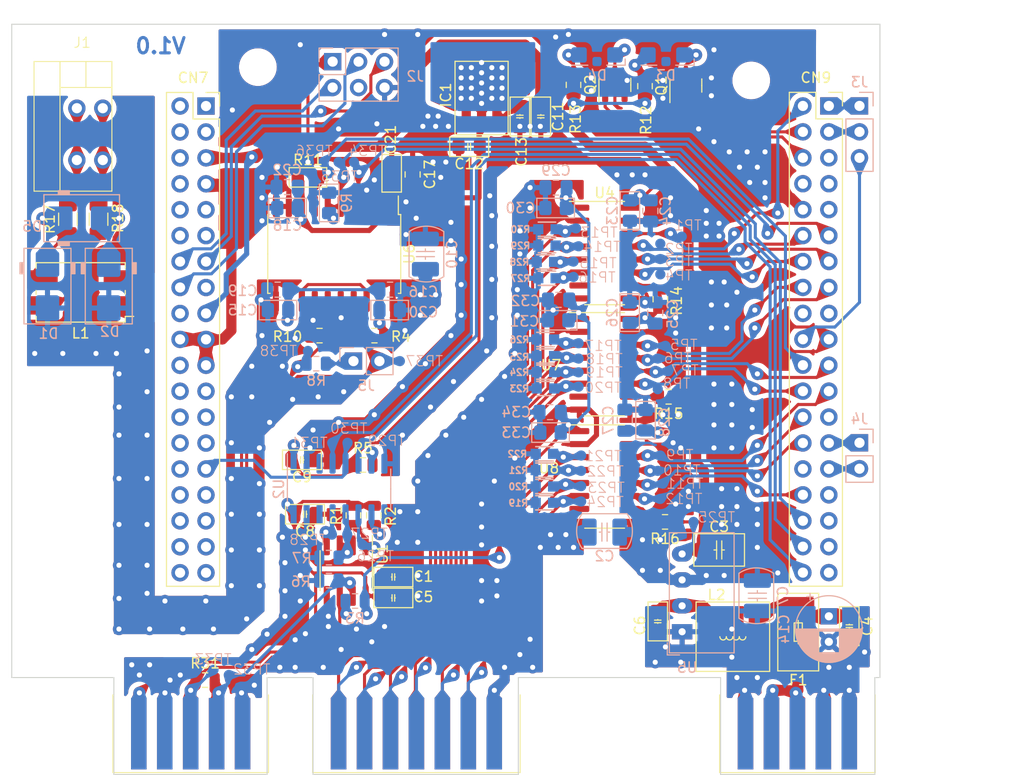
<source format=kicad_pcb>
(kicad_pcb (version 20221018) (generator pcbnew)
  (layers (0 "F.Cu" signal) (31 "B.Cu" signal) (34 "B.Paste" user) (35 "F.Paste" user) (36 "B.SilkS" user "B.Silkscreen") (37 "F.SilkS" user "F.Silkscreen") (38 "B.Mask" user) (39 "F.Mask" user) (44 "Edge.Cuts" user))
  (net 0 "")
  (net 1 "/+3.3VRS485")
  (net 2 "GND1")
  (net 3 "GNDD")
  (net 4 "GNDA")
  (net 5 "+24V")
  (net 6 "Net-(RS2-Pin_2)")
  (net 7 "Net-(U1-RO)")
  (net 8 "Net-(RS1-Pin_3)")
  (net 9 "Net-(RS1-Pin_4)")
  (net 10 "Net-(U1-DE)")
  (net 11 "+5V")
  (net 12 "/RTS1")
  (net 13 "/RTS2")
  (net 14 "/RTS3")
  (net 15 "/RTS4")
  (net 16 "/RTS5")
  (net 17 "/RTS6")
  (net 18 "/RTS7")
  (net 19 "/RTS8")
  (net 20 "/RTS9")
  (net 21 "/RTS10")
  (net 22 "/RTS11")
  (net 23 "/RTS12")
  (net 24 "Net-(U1-DI)")
  (net 25 "Net-(U5-IN+)")
  (net 26 "Net-(U6-Visoin)")
  (net 27 "GND2")
  (net 28 "/NUCLEO-64F411/PC3")
  (net 29 "/NUCLEO-64F411/PC0")
  (net 30 "/NUCLEO-64F411/PC2")
  (net 31 "/NUCLEO-64F411/PC1")
  (net 32 "/NUCLEO-64F411/VBAT")
  (net 33 "/NUCLEO-64F411/PB0")
  (net 34 "/NUCLEO-64F411/PH1")
  (net 35 "/NUCLEO-64F411/PA4")
  (net 36 "/NUCLEO-64F411/PH0")
  (net 37 "/NUCLEO-64F411/SWDIO")
  (net 38 "/NUCLEO-64F411/PC15")
  (net 39 "/NUCLEO-64F411/PA0")
  (net 40 "/NUCLEO-64F411/PC14")
  (net 42 "/NUCLEO-64F411/PC13")
  (net 43 "/NUCLEO-64F411/VIN")
  (net 44 "/NUCLEO-64F411/PB7")
  (net 45 "/NUCLEO-64F411/SWCLK")
  (net 46 "/USART1_TX")
  (net 47 "/USART2_RTS")
  (net 48 "/RTS9_cont")
  (net 49 "/NUCLEO-64F411/+3V3")
  (net 50 "/LED1")
  (net 51 "/NUCLEO-64F411/RESET")
  (net 53 "/NUCLEO-64F411/IOREF")
  (net 56 "/NUCLEO-64F411/BOOT0")
  (net 57 "/NUCLEO-64F411/VDD")
  (net 58 "/LED2")
  (net 59 "/NUCLEO-64F411/PC12")
  (net 60 "/NUCLEO-64F411/PD2")
  (net 61 "/NUCLEO-64F411/PC10")
  (net 62 "/NUCLEO-64F411/PC11")
  (net 63 "/USART1_RTS")
  (net 65 "/RTS1_cont")
  (net 67 "/RTS11_cont")
  (net 68 "/NUCLEO-64F411/PC4")
  (net 69 "/RTS2_cont")
  (net 70 "/NUCLEO-64F411/AGND")
  (net 71 "/NUCLEO-64F411/PB5")
  (net 72 "/NUCLEO-64F411/PA15")
  (net 73 "/RTS12_cont")
  (net 74 "/USART6_TX")
  (net 75 "/RTS3_cont")
  (net 76 "/NUCLEO-64F411/PB15")
  (net 77 "/RTS6_cont")
  (net 78 "/RTS5_cont")
  (net 79 "/RTS4_cont")
  (net 80 "/RTS10_cont")
  (net 81 "/USART6_RX")
  (net 82 "/NUCLEO-64F411/PB6")
  (net 84 "/RTS8_cont")
  (net 85 "/RTS7_cont")
  (net 86 "/USART1_RX")
  (net 87 "/USART2_TX")
  (net 88 "/USART2_RX")
  (net 89 "Net-(D1-K)")
  (net 91 "/NUCLEO-64F411/AVDD")
  (net 92 "/NUCLEO-64F411/U5V")
  (net 93 "Net-(D2-K)")
  (net 94 "/NUCLEO-64F411/PC5")
  (net 95 "Net-(D3-K)")
  (net 96 "/GPIO1")
  (net 97 "Net-(D3-A)")
  (net 98 "/UART6_DE")
  (net 99 "Net-(D4-K)")
  (net 100 "Net-(D4-A)")
  (net 102 "Net-(U7-VE2)")
  (net 103 "Net-(U8-VE2)")
  (net 104 "Net-(U4-VE2)")
  (net 108 "/GPIO2")
  (net 109 "Net-(J1-Pin_1)")
  (net 110 "Net-(J1-Pin_2)")
  (net 111 "Net-(J5-Pin_1)")
  (net 112 "Net-(J5-Pin_2)")
  (net 113 "Net-(U6-B)")
  (net 114 "Net-(U2-VE2)")
  (net 115 "Net-(U2-VE1)")
  (net 118 "+3V3")
  (footprint "PCM_4ms_Resistor:R_0805_2012Metric" (layer "F.Cu") (at 125.45 84.1125 90)
    (fp_text reference "R2")
    (fp_text value "472 0805")
  )
  (footprint "MountingHole:MountingHole_3.2mm_M3" (layer "F.Cu") (at 162.4 41.5)
    (fp_text reference "H5" hide)
    (fp_text value "MountingHole")
  )
  (footprint "Connector:Edge_Conn_KLS1-603-10" (layer "F.Cu") (at 107.52 101.69)
    (fp_text reference "RS1" hide)
    (fp_text value "SL-10 (L-KLS1-603C-10-S)")
  )
  (footprint "MountingHole:MountingHole_3.2mm_M3" (layer "F.Cu") (at 147.2 92.3)
    (fp_text reference "H3" hide)
    (fp_text value "MountingHole")
  )
  (footprint "PCM_Capacitor_SMD_AKL:C_0805_2012Metric_Pad1.18x1.45mm_HandSolder" (layer "F.Cu") (at 118.4125 78.675 180)
    (fp_text reference "C9")
    (fp_text value "0,1uF 100V 0805")
  )
  (footprint "PCM_4ms_Resistor:R_0805_2012Metric" (layer "F.Cu") (at 124.3875 79.175)
    (fp_text reference "R5")
    (fp_text value "472 0805")
  )
  (footprint "Package_TO_SOT_SMD:SOT-23" (layer "F.Cu") (at 156 42 90)
    (fp_text reference "Q1")
    (fp_text value "DTC114ECA (SOT-23)")
  )
  (footprint "PCM_4ms_Resistor:R_0805_2012Metric" (layer "F.Cu") (at 123.45 84.1125 90)
    (fp_text reference "R1")
    (fp_text value "103 0805")
  )
  (footprint "PCM_Capacitor_SMD_AKL:C_0805_2012Metric_Pad1.18x1.45mm_HandSolder" (layer "F.Cu") (at 141.8 45.0375 -90)
    (fp_text reference "C11")
    (fp_text value "1uF 50V 0805")
  )
  (footprint "PCM_4ms_Resistor:R_0805_2012Metric" (layer "F.Cu") (at 108.9375 100.25 180)
    (fp_text reference "R31")
    (fp_text value "121 0805")
  )
  (footprint "PCM_4ms_Resistor:R_0805_2012Metric" (layer "F.Cu") (at 153.96 84.75 180)
    (fp_text reference "R16")
    (fp_text value "101 0805")
  )
  (footprint "PCM_Capacitor_SMD_AKL:C_0805_2012Metric_Pad1.18x1.45mm_HandSolder" (layer "F.Cu") (at 134.7875 48 180)
    (fp_text reference "C12")
    (fp_text value "10uF 35V 0805")
  )
  (footprint "PCM_Inductor_SMD_Handsoldering_AKL:L_Bourns-SRN6028" (layer "F.Cu") (at 160.6 96 180)
    (fp_text reference "L2")
    (fp_text value "6,8uH 3,5A ETQP3M6R8KVP" hide)
  )
  (footprint "PCM_Package_TO_SOT_SMD_AKL:SOT-89-3_BigPads" (layer "F.Cu") (at 136 43.23 90)
    (fp_text reference "IC1")
    (fp_text value "LD1117-3.3V-SOT223" hide)
  )
  (footprint "PCM_Resistor_SMD_AKL:R_0805_2012Metric_Pad1.20x1.40mm_HandSolder" (layer "F.Cu") (at 119 51)
    (fp_text reference "R11")
    (fp_text value "103 0805")
  )
  (footprint "Connector_PinSocket_2.54mm:PinSocket_2x19_P2.54mm_Vertical" (layer "F.Cu") (at 170 44)
    (fp_text reference "CN9")
    (fp_text value "DS1023-2x19S21")
  )
  (footprint "PCM_4ms_Resistor:R_0805_2012Metric" (layer "F.Cu") (at 152 42.0625 -90)
    (fp_text reference "R12")
    (fp_text value "301 0805")
  )
  (footprint "MountingHole:MountingHole_3.2mm_M3" (layer "F.Cu") (at 114.1 40.2)
    (fp_text reference "H4" hide)
    (fp_text value "MountingHole")
  )
  (footprint "PCM_4ms_Resistor:R_0805_2012Metric" (layer "F.Cu") (at 154.3125 72.5 180)
    (fp_text reference "R15")
    (fp_text value "101 0805")
  )
  (footprint "PCM_Capacitor_SMD_AKL:C_0805_2012Metric_Pad1.18x1.45mm_HandSolder" (layer "F.Cu") (at 172 94.9625 -90)
    (fp_text reference "C4")
    (fp_text value "4,7uF 50V 0805")
  )
  (footprint "Package_TO_SOT_SMD:SOT-23" (layer "F.Cu") (at 149.05 41.9375 90)
    (fp_text reference "Q2")
    (fp_text value "DTC114ECA (SOT-23)")
  )
  (footprint "PCM_Capacitor_SMD_AKL:C_0805_2012Metric_Pad1.18x1.45mm_HandSolder" (layer "F.Cu") (at 153.25 94.5 -90)
    (fp_text reference "C6")
    (fp_text value "4,7uF 50V 0805")
  )
  (footprint "Package_SO:SOIC-16_3.9x9.9mm_P1.27mm" (layer "F.Cu") (at 148.0475 69.305)
    (fp_text reference "U7")
    (fp_text value "π140M30 (SOIC-16)")
  )
  (footprint "PCM_Capacitor_SMD_AKL:C_0805_2012Metric_Pad1.18x1.45mm_HandSolder" (layer "F.Cu") (at 118.7125 84 180)
    (fp_text reference "C8")
    (fp_text value "0,1uF 100V 0805")
  )
  (footprint "Package_SO:SOIC-16_3.9x9.9mm_P1.27mm" (layer "F.Cu") (at 148.0475 80.305)
    (fp_text reference "U8")
    (fp_text value "π140M30 (SOIC-16)")
  )
  (footprint "PCM_4ms_Resistor:R_0805_2012Metric" (layer "F.Cu") (at 145 41.9375 90)
    (fp_text reference "R13")
    (fp_text value "301 0805")
  )
  (footprint "MountingHole:MountingHole_3.2mm_M3" (layer "F.Cu") (at 94 94)
    (fp_text reference "H1" hide)
    (fp_text value "MountingHole")
  )
  (footprint "PCM_Capacitor_SMD_AKL:C_1210_3225Metric_Pad1.42x2.65mm_HandSolder" (layer "F.Cu") (at 159.2625 87.5)
    (fp_text reference "C3")
    (fp_text value "10uF 50V 1210 GRM32ER71H106K")
  )
  (footprint "PCM_4ms_Resistor:R_0805_2012Metric" (layer "F.Cu") (at 153.5 62.9375 90)
    (fp_text reference "R14")
    (fp_text value "101 0805")
  )
  (footprint "PCM_4ms_Resistor:R_0805_2012Metric" (layer "F.Cu") (at 120.1375 66.5)
    (fp_text reference "R10")
    (fp_text value "561 0805")
  )
  (footprint "Inductor_SMD:L_CommonMode_Delevan_4222" (layer "F.Cu") (at 96.75 62.27 180)
    (fp_text reference "L1")
    (fp_text value "B82790S0253N201")
  )
  (footprint "Package_SO:SOIC-20W_7.5x12.8mm_P1.27mm" (layer "F.Cu") (at 121.575 58.5 -90)
    (fp_text reference "U6")
    (fp_text value "ADM2587E SOIC-20")
  )
  (footprint "MountingHole:MountingHole_3.2mm_M3" (layer "F.Cu") (at 94 74)
    (fp_text reference "H2" hide)
    (fp_text value "MountingHole" hide)
  )
  (footprint "Capacitor_SMD:C_0805_2012Metric_Pad1.18x1.45mm_HandSolder" (layer "F.Cu") (at 129.25 50.7125 -90)
    (fp_text reference "C17")
    (fp_text value "0,1uF 50V 0805")
  )
  (footprint "PCM_4ms_Resistor:R_1206_3216Metric" (layer "F.Cu") (at 95.5 55.1 -90)
    (fp_text reference "R18")
    (fp_text value "101 1206")
  )
  (footprint "PCM_4ms_Resistor:R_1206_3216Metric" (layer "F.Cu") (at 98.5 55.1 90)
    (fp_text reference "R17")
    (fp_text value "101 1206")
  )
  (footprint "Connector_PinSocket_2.54mm:PinSocket_2x19_P2.54mm_Vertical" (layer "F.Cu") (at 109.02 44.01)
    (fp_text reference "CN7")
    (fp_text value "DS1023-2x19S21")
  )
  (footprint "PCM_Capacitor_SMD_AKL:C_0805_2012Metric_Pad1.18x1.45mm_HandSolder" (layer "F.Cu") (at 139.75 45.0375 -90)
    (fp_text reference "C13")
    (fp_text value "0,1uF 50V 0805")
  )
  (footprint "Connector:DG141R-02" (layer "F.Cu") (at 103.615 47.27 -90)
    (fp_text reference "J1")
    (fp_text value "DG141R-02 (RS485)")
  )
  (footprint "Package_SO:SOIC-8_3.9x4.9mm_P1.27mm" (layer "F.Cu") (at 122.75 89.525 -90)
    (fp_text reference "U1")
    (fp_text value "ADM3485EARZ-REEL (SOIC-8)")
  )
  (footprint "Connector:Edge_Conn_KLS1-603-10" (layer "F.Cu") (at 166.92 101.69)
    (fp_text reference "RS2" hide)
    (fp_text value "SL-10 (L-KLS1-603C-10-S)")
  )
  (footprint "PCM_4ms_Resistor:R_0805_2012Metric" (layer "F.Cu") (at 125.5125 66.5 180)
    (fp_text reference "R4")
    (fp_text value "561 0805")
  )
  (footprint "PCM_Capacitor_SMD_AKL:C_0805_2012Metric_Pad1.18x1.45mm_HandSolder" (layer "F.Cu") (at 127.3625 92.2 180)
    (fp_text reference "C5")
    (fp_text value "0,1uF 100V 0805")
  )
  (footprint "Package_SO:SOIC-16_3.9x9.9mm_P1.27mm" (layer "F.Cu") (at 148.0475 58.415)
    (fp_text reference "U4")
    (fp_text value "π140M30 (SOIC-16)")
  )
  (footprint "PCM_Resistor_SMD_AKL:R_0805_2012Metric_Pad1.20x1.40mm_HandSolder" (layer "F.Cu") (at 127.2 50.6 -90)
    (fp_text reference "C21")
    (fp_text value "10nF 50V 0805")
  )
  (footprint "PCM_Fuse_Handsoldering_AKL:Fuse_Littelfuse-NANO2-451_453" (layer "F.Cu") (at 167 95.545 90)
    (fp_text reference "F1")
    (fp_text value "0452.500MRL" hide)
  )
  (footprint "Connector:Edge_Conn_KLS1-603-14" (layer "F.Cu") (at 129.62 96.61)
    (fp_text reference "RS3" hide)
    (fp_text value "SL-14 (L-KLS1-603C-14-S) RTS" hide)
  )
  (footprint "PCM_Capacitor_SMD_AKL:C_0805_2012Metric_Pad1.18x1.45mm_HandSolder" (layer "F.Cu") (at 127.3625 90.15 180)
    (fp_text reference "C1")
    (fp_text value "1uF 100V 0805")
  )
  (footprint "PCM_4ms_Resistor:R_0603" (layer "B.Cu") (at 142.25 70.08 180)
    (fp_text reference "R24")
    (fp_text value "103 0603" hide)
  )
  (footprint "PCM_4ms_TestPoint:TestPoint_D1" (layer "B.Cu") (at 124.375 77 180)
    (fp_text reference "TP29")
    (fp_text value "TestPoint")
  )
  (footprint "PCM_4ms_Resistor:R_0603" (layer "B.Cu") (at 142.25 71.68 180)
    (fp_text reference "R23")
    (fp_text value "103 0603" hide)
  )
  (footprint "PCM_4ms_TestPoint:TestPoint_D1" (layer "B.Cu") (at 145.25 56 180)
    (fp_text reference "TP13")
    (fp_text value "TestPoint")
  )
  (footprint "PCM_4ms_TestPoint:TestPoint_D1" (layer "B.Cu") (at 145.5 70.1 180)
    (fp_text reference "TP19")
    (fp_text value "TestPoint")
  )
  (footprint "PCM_4ms_TestPoint:TestPoint_D1" (layer "B.Cu") (at 109.75 99.25 90)
    (fp_text reference "TP33")
    (fp_text value "TestPoint")
  )
  (footprint "Capacitor_SMD:C_0805_2012Metric_Pad1.18x1.45mm_HandSolder" (layer "B.Cu") (at 153 64.2875 90)
    (fp_text reference "C25")
    (fp_text value "0,1uF 50V 0805")
  )
  (footprint "Capacitor_SMD:C_0805_2012Metric_Pad1.18x1.45mm_HandSolder" (layer "B.Cu") (at 127.0375 62 180)
    (fp_text reference "C16")
    (fp_text value "0,1uF 50V 0805")
  )
  (footprint "PCM_4ms_TestPoint:TestPoint_D1" (layer "B.Cu") (at 153.25 71.75 180)
    (fp_text reference "TP8")
    (fp_text value "TestPoint")
  )
  (footprint "PCM_Capacitor_SMD_Handsoldering_AKL:C_1210_3225Metric_Pad1.42x2.65mm" (layer "B.Cu") (at 148.035 85.75)
    (fp_text reference "C2")
    (fp_text value " 270 pf X7R 1206 2000v 202R18W271KW4E" hide)
  )
  (footprint "PCM_4ms_Resistor:R_0603" (layer "B.Cu") (at 142.25 66.88 180)
    (fp_text reference "R26")
    (fp_text value "103 0603" hide)
  )
  (footprint "PCM_4ms_TestPoint:TestPoint_D1" (layer "B.Cu") (at 153.25 79.75 180)
    (fp_text reference "TP10")
    (fp_text value "TestPoint")
  )
  (footprint "LED_SMD:LED_Kingbright_KPA-3010_3x2x1mm" (layer "B.Cu") (at 147.3 38.5 180)
    (fp_text reference "D4")
    (fp_text value "KPA-3010CGCK")
  )
  (footprint "PCM_4ms_TestPoint:TestPoint_D1" (layer "B.Cu") (at 153.5 78.25 180)
    (fp_text reference "TP9")
    (fp_text value "TestPoint")
  )
  (footprint "PCM_Resistor_SMD_AKL:R_0805_2012Metric_Pad1.20x1.40mm_HandSolder" (layer "B.Cu") (at 116.075 64)
    (fp_text reference "C15")
    (fp_text value "10uF 16V 0805")
  )
  (footprint "LED_SMD:LED_Kingbright_KPA-3010_3x2x1mm" (layer "B.Cu") (at 154.05 38.5 180)
    (fp_text reference "D3")
    (fp_text value "KPA-3010CGCK")
  )
  (footprint "PCM_Capacitor_SMD_Handsoldering_AKL:C_1210_3225Metric_Pad1.42x2.65mm" (layer "B.Cu") (at 163 91.9875 90)
    (fp_text reference "C7")
    (fp_text value " 270 pf X7R 1206 2000v 202R18W271KW4E" hide)
  )
  (footprint "PCM_4ms_Resistor:R_0603" (layer "B.Cu") (at 142.4 56.08 180)
    (fp_text reference "R30")
    (fp_text value "103 0603" hide)
  )
  (footprint "PCM_Resistor_SMD_AKL:R_0805_2012Metric_Pad1.20x1.40mm_HandSolder" (layer "B.Cu") (at 143.5 65)
    (fp_text reference "C31")
    (fp_text value "10uF 16V 0805")
  )
  (footprint "Capacitor_SMD:C_0805_2012Metric_Pad1.18x1.45mm_HandSolder" (layer "B.Cu") (at 142.7125 74 180)
    (fp_text reference "C34")
    (fp_text value "0,1uF 50V 0805")
  )
  (footprint "PCM_4ms_TestPoint:TestPoint_D1" (layer "B.Cu") (at 122 49.5 -90)
    (fp_text reference "TP35")
    (fp_text value "TestPoint")
  )
  (footprint "PCM_Resistor_SMD_AKL:R_0805_2012Metric_Pad1.20x1.40mm_HandSolder" (layer "B.Cu") (at 152.0525 74.7875 -90)
    (fp_text reference "C28")
    (fp_text value "10uF 16V 0805")
  )
  (footprint "Connector_PinHeader_2.54mm:PinHeader_1x03_P2.54mm_Vertical" (layer "B.Cu") (at 173 44 180)
    (fp_text reference "J3")
    (fp_text value "DebugUSART (PinHeader_01x03_P2.54mm)")
  )
  (footprint "Capacitor_SMD:C_0805_2012Metric_Pad1.18x1.45mm_HandSolder" (layer "B.Cu") (at 150.0225 74.7875 90)
    (fp_text reference "C27")
    (fp_text value "0,1uF 50V 0805")
  )
  (footprint "PCM_4ms_TestPoint:TestPoint_D1" (layer "B.Cu") (at 119 68 90)
    (fp_text reference "TP38")
    (fp_text value "TestPoint")
  )
  (footprint "Capacitor_SMD:C_0805_2012Metric_Pad1.18x1.45mm_HandSolder" (layer "B.Cu") (at 116.9625 51.95 180)
    (fp_text reference "C22")
    (fp_text value "0,1uF 50V 0805")
  )
  (footprint "PCM_4ms_TestPoint:TestPoint_D1" (layer "B.Cu") (at 124.35 87 180)
    (fp_text reference "TP26")
    (fp_text value "TestPoint")
  )
  (footprint "PCM_4ms_TestPoint:TestPoint_D1" (layer "B.Cu") (at 121.375 77 180)
    (fp_text reference "TP31")
    (fp_text value "TestPoint")
  )
  (footprint "PCM_Diode_SMD_AKL:D_SMB" (layer "B.Cu") (at 93.5 61.65 -90)
    (fp_text reference "D1")
    (fp_text value "SMBJ5.0A" hide)
  )
  (footprint "PCM_4ms_Resistor:R_0603" (layer "B.Cu") (at 142.4 57.68 180)
    (fp_text reference "R29")
    (fp_text value "103 0603" hide)
  )
  (footprint "PCM_4ms_TestPoint:TestPoint_D1" (layer "B.Cu") (at 153.5 82.5 180)
    (fp_text reference "TP12")
    (fp_text value "TestPoint")
  )
  (footprint "PCM_4ms_Resistor:R_0805_2012Metric" (layer "B.Cu") (at 121.0525 88.25)
    (fp_text reference "R7")
    (fp_text value "103 0805")
  )
  (footprint "PCM_4ms_Resistor:R_0603" (layer "B.Cu") (at 142.15 82.88 180)
    (fp_text reference "R19")
    (fp_text value "103 0603" hide)
  )
  (footprint "PCM_Diode_SMD_AKL:D_SMB" (layer "B.Cu") (at 96.85 55)
    (fp_text reference "D5")
    (fp_text value "SMBJ10CA" hide)
  )
  (footprint "PCM_Capacitor_SMD_Handsoldering_AKL:C_1210_3225Metric_Pad1.42x2.65mm" (layer "B.Cu") (at 130.5 58.5125 -90)
    (fp_text reference "C10")
    (fp_text value " 270 pf X7R 1206 2000v 202R18W271KW4E" hide)
  )
  (footprint "PCM_4ms_Resistor:R_0603" (layer "B.Cu") (at 142.25 59.28 180)
    (fp_text reference "R28")
    (fp_text value "103 0603" hide)
  )
  (footprint "PCM_Resistor_SMD_AKL:R_0805_2012Metric_Pad1.20x1.40mm_HandSolder" (layer "B.Cu") (at 117 54)
    (fp_text reference "C18")
    (fp_text value "10uF 16V 0805")
  )
  (footprint "PCM_4ms_TestPoint:TestPoint_D1" (layer "B.Cu") (at 145.5 67.25 180)
    (fp_text reference "TP17")
    (fp_text value "TestPoint")
  )
  (footprint "PCM_Resistor_SMD_AKL:R_0805_2012Metric_Pad1.20x1.40mm_HandSolder" (layer "B.Cu") (at 143.25 54)
    (fp_text reference "C30")
    (fp_text value "10uF 16V 0805")
  )
  (footprint "PCM_4ms_Resistor:R_0603" (layer "B.Cu") (at 142.15 81.28 180)
    (fp_text reference "R20")
    (fp_text value "103 0603" hide)
  )
  (footprint "PCM_4ms_TestPoint:TestPoint_D1" (layer "B.Cu") (at 156.75 84.75 180)
    (fp_text reference "TP25")
    (fp_text value "TestPoint")
  )
  (footprint "PCM_4ms_TestPoint:TestPoint_D1" (layer "B.Cu") (at 145 59.25 180)
    (fp_text reference "TP15")
    (fp_text value "TestPoint")
  )
  (footprint "PCM_4ms_TestPoint:TestPoint_D1" (layer "B.Cu") (at 153.5 57.5 180)
    (fp_text reference "TP2")
    (fp_text value "TestPoint")
  )
  (footprint "Package_SO:SOIC-16_3.9x9.9mm_P1.27mm" (layer "B.Cu") (at 122.045 81.525 -90)
    (fp_text reference "U2")
    (fp_text value "π141M30 (SOIC-16)")
  )
  (footprint "PCM_4ms_TestPoint:TestPoint_D1" (layer "B.Cu") (at 154.25 70 180)
    (fp_text reference "TP7")
    (fp_text value "TestPoint")
  )
  (footprint "Converter_DCDC:Converter_DCDC_Murata_CRE1xxxxxxSC_THT" (layer "B.Cu") (at 155.6325 95.5125)
    (fp_text reference "U5")
    (fp_text value "SMU02N-05")
  )
  (footprint "PCM_4ms_TestPoint:TestPoint_D1" (layer "B.Cu") (at 153.25 68.75 180)
    (fp_text reference "TP6")
    (fp_text value "TestPoint")
  )
  (footprint "PCM_4ms_TestPoint:TestPoint_D1" (layer "B.Cu") (at 153.5 59 180)
    (fp_text reference "TP3")
    (fp_text value "TestPoint")
  )
  (footprint "Capacitor_SMD:C_0805_2012Metric_Pad1.18x1.45mm_HandSolder" (layer "B.Cu") (at 143.5375 63 180)
    (fp_text reference "C32")
    (fp_text value "0,1uF 50V 0805")
  )
  (footprint "PCM_4ms_Resistor:R_0603" (layer "B.Cu") (at 142.15 79.68 180)
    (fp_text reference "R21")
    (fp_text value "103 0603" hide)
  )
  (footprint "PCM_Resistor_SMD_AKL:R_0805_2012Metric_Pad1.20x1.40mm_HandSolder" (layer "B.Cu") (at 150.5225 54.25 90)
    (fp_text reference "C23")
    (fp_text value "10uF 16V 0805")
  )
  (footprint "PCM_4ms_TestPoint:TestPoint_D1" (layer "B.Cu") (at 122.85 86 180)
    (fp_text reference "TP27")
    (fp_text value "TestPoint")
  )
  (footprint "PCM_4ms_TestPoint:TestPoint_D1" (layer "B.Cu") (at 153.5 60.5 180)
    (fp_text reference "TP4")
    (fp_text value "TestPoint")
  )
  (footprint "Connector_PinHeader_2.54mm:PinHeader_2x03_P2.54mm_Vertical" (layer "B.Cu") (at 121.42 39.66 -90)
    (fp_text reference "J2")
    (fp_text value "Prog (PinHeader_2x03_P2.54mm)" hide)
  )
  (footprint "PCM_Diode_SMD_AKL:D_SMB" (layer "B.Cu") (at 99.5 61.65 -90)
    (fp_text reference "D2")
    (fp_text value "SMBJ5.0A" hide)
  )
  (footprint "PCM_4ms_TestPoint:TestPoint_D1" (layer "B.Cu") (at 155.6 56.8 180)
    (fp_text reference "TP1")
    (fp_text value "TestPoint")
  )
  (footprint "PCM_4ms_TestPoint:TestPoint_D1" (layer "B.Cu") (at 145.75 82.75 180)
    (fp_text reference "TP24")
    (fp_text value "TestPoint")
  )
  (footprint "PCM_4ms_TestPoint:TestPoint_D1" (layer "B.Cu") (at 153.75 81 180)
    (fp_text reference "TP11")
    (fp_text value "TestPoint")
  )
  (footprint "PCM_Resistor_SMD_AKL:R_0805_2012Metric_Pad1.20x1.40mm_HandSolder" (layer "B.Cu") (at 127 64 180)
    (fp_text reference "C20")
    (fp_text value "10nF 50V 0805")
  )
  (footprint "PCM_4ms_TestPoint:TestPoint_D1" (layer "B.Cu") (at 145.75 81.25 180)
    (fp_text reference "TP23")
    (fp_text value "TestPoint")
  )
  (footprint "PCM_4ms_TestPoint:TestPoint_D1" (layer "B.Cu") (at 111.25 99.75 90)
    (fp_text reference "TP32")
    (fp_text value "TestPoint")
  )
  (footprint "Capacitor_SMD:C_0805_2012Metric_Pad1.18x1.45mm_HandSolder" (layer "B.Cu") (at 152.5225 54.2875 -90)
    (fp_text reference "C24")
    (fp_text value "0,1uF 50V 0805")
  )
  (footprint "PCM_4ms_TestPoint:TestPoint_D1" (layer "B.Cu") (at 145.5 68.75 180)
    (fp_text reference "TP18")
    (fp_text value "TestPoint")
  )
  (footprint "PCM_4ms_TestPoint:TestPoint_D1" (layer "B.Cu") (at 145 60.75 180)
    (fp_text reference "TP16")
    (fp_text value "TestPoint")
  )
  (footprint "PCM_Resistor_SMD_AKL:R_0805_2012Metric_Pad1.20x1.40mm_HandSolder" (layer "B.Cu") (at 150.5 64.25 -90)
    (fp_text reference "C26")
    (fp_text value "10uF 16V 0805")
  )
  (footprint "PCM_4ms_Resistor:R_0805_2012Metric" (layer "B.Cu") (at 121.0525 90.5)
    (fp_text reference "R6")
    (fp_text value "561 0805")
  )
  (footprint "Connector_PinHeader_2.54mm:PinHeader_1x02_P2.54mm_Vertical" (layer "B.Cu") (at 123.46 69 -90)
    (fp_text reference "J5")
    (fp_text value "DS1027-2B и PinHeader_2x01_P2.54mm")
  )
  (footprint "PCM_Resistor_SMD_AKL:R_0805_2012Metric_Pad1.20x1.40mm_HandSolder" (layer "B.Cu") (at 121.075 53.5 90)
    (fp_text reference "R9")
    (fp_text value "103 0805")
  )
  (footprint "PCM_4ms_TestPoint:TestPoint_D1" (layer "B.Cu") (at 121.35 86 180)
    (fp_text reference "TP28")
    (fp_text value "TestPoint")
  )
  (footprint "PCM_4ms_TestPoint:TestPoint_D1" (layer "B.Cu") (at 145.5 71.5 180)
    (fp_text reference "TP20")
    (fp_text value "TestPoint")
  )
  (footprint "PCM_Resistor_SMD_AKL:R_0805_2012Metric_Pad1.20x1.40mm_HandSolder" (layer "B.Cu") (at 142.75 76)
    (fp_text reference "C33")
    (fp_text value "10uF 16V 0805")
  )
  (footprint "PCM_4ms_Resistor:R_0805_2012Metric" (layer "B.Cu") (at 119.8125 69.25)
    (fp_text reference "R8")
    (fp_text value "121 0805")
  )
  (footprint "PCM_4ms_TestPoint:TestPoint_D1" (layer "B.Cu") (at 120.5 49.5 -90)
    (fp_text reference "TP36")
    (fp_text value "TestPoint")
  )
  (footprint "PCM_4ms_TestPoint:TestPoint_D1" (layer "B.Cu") (at 128 69 90)
    (fp_text reference "TP37")
    (fp_text value "TestPoint")
  )
  (footprint "PCM_4ms_TestPoint:TestPoint_D1" (layer "B.Cu") (at 145.5 57.75 180)
    (fp_text reference "TP14")
    (fp_text value "TestPoint")
  )
  (footprint "PCM_4ms_Resistor:R_0603" (layer "B.Cu") (at 142.25 68.5 180)
    (fp_text reference "R25")
    (fp_text value "103 0603" hide)
  )
  (footprint "Connector_PinHeader_2.54mm:PinHeader_1x02_P2.54mm_Vertical" (layer "B.Cu") (at 173 77 180)
    (fp_text reference "J4")
    (fp_text value "Debug GPIO (PinHeader_01x02_P2.54mm)")
  )
  (footprint "PCM_4ms_TestPoint:TestPoint_D1" (layer "B.Cu") (at 145.75 78.25 180)
    (fp_text reference "TP21")
    (fp_text value "TestPoint")
  )
  (footprint "PCM_4ms_TestPoint:TestPoint_D1" (layer "B.Cu") (at 123.5 49.5 -90)
    (fp_text reference "TP34")
    (fp_text value "TestPoint")
  )
  (footprint "PCM_4ms_Resistor:R_0603" (layer "B.Cu") (at 142.15 78.08 180)
    (fp_text reference "R22")
    (fp_text value "103 0603" hide)
  )
  (footprint "PCM_Capacitor_THT_AKL:CP_Radial_D6.3mm_P2.50mm" (layer "B.Cu") (at 170 94 -90)
    (fp_text reference "C14")
    (fp_text value "47uF 63V D10,5" hide)
  )
  (footprint "Capacitor_SMD:C_0805_2012Metric_Pad1.18x1.45mm_HandSolder" (layer "B.Cu") (at 143.2875 52 180)
    (fp_text reference "C29")
    (fp_text value "0,1uF 50V 0805")
  )
  (footprint "PCM_4ms_TestPoint:TestPoint_D1" (layer "B.Cu") (at 145.75 79.75 180)
    (fp_text reference "TP22")
    (fp_text value "TestPoint")
  )
  (footprint "Capacitor_SMD:C_0805_2012Metric_Pad1.18x1.45mm_HandSolder" (layer "B.Cu") (at 116.0375 62)
    (fp_text reference "C19")
    (fp_text value "0,1uF 50V 0805")
  )
  (footprint "PCM_4ms_TestPoint:TestPoint_D1" (layer "B.Cu") (at 154 67.5 180)
    (fp_text reference "TP5")
    (fp_text value "TestPoint")
  )
  (footprint "PCM_4ms_TestPoint:TestPoint_D1" (layer "B.Cu") (at 122.875 77 180)
    (fp_text reference "TP30")
    (fp_text value "TestPoint")
  )
  (footprint "PCM_4ms_Resistor:R_0805_2012Metric" (layer "B.Cu") (at 123.615 92.5)
    (fp_text reference "R3")
    (fp_text value "561 0805")
  )
  (footprint "PCM_4ms_Resistor:R_0603" (layer "B.Cu") (at 142.4 60.88 180)
    (fp_text reference "R27")
    (fp_text value "103 0603" hide)
  )
  (gr_line (start 175 100) (end 175 36) (stroke (width 0.1)) (layer "Edge.Cuts"))
  (gr_line (start 119.5 100) (end 119.5 109.5) (stroke (width 0.1)) (layer "Edge.Cuts"))
  (gr_line (start 90 100) (end 90 36) (stroke (width 0.1)) (layer "Edge.Cuts"))
  (gr_line (start 175 36) (end 90 36) (stroke (width 0.1)) (layer "Edge.Cuts"))
  (gr_line (start 97.5 100) (end 90 100) (stroke (width 0.1)) (layer "Edge.Cuts"))
  (gr_line (start 100 109.5) (end 115 109.5) (stroke (width 0.1)) (layer "Edge.Cuts"))
  (gr_line (start 115 100) (end 119.5 100) (stroke (width 0.1)) (layer "Edge.Cuts"))
  (gr_line (start 159.4 109.5) (end 174.5 109.5) (stroke (width 0.1)) (layer "Edge.Cuts"))
  (gr_line (start 97.5 100) (end 100 100) (stroke (width 0.1)) (layer "Edge.Cuts"))
  (gr_line (start 174.5 100) (end 175 100) (stroke (width 0.1)) (layer "Edge.Cuts"))
  (gr_line (start 139.6 109.5) (end 139.6 100) (stroke (width 0.1)) (layer "Edge.Cuts"))
  (gr_line (start 159.4 100) (end 159.4 109.5) (stroke (width 0.1)) (layer "Edge.Cuts"))
  (gr_line (start 139.6 100) (end 159.4 100) (stroke (width 0.1)) (layer "Edge.Cuts"))
  (gr_line (start 115 109.5) (end 115 100) (stroke (width 0.1)) (layer "Edge.Cuts"))
  (gr_line (start 174.5 109.5) (end 174.5 100) (stroke (width 0.1)) (layer "Edge.Cuts"))
  (gr_line (start 100 100) (end 100 109.5) (stroke (width 0.1)) (layer "Edge.Cuts"))
  (gr_line (start 119.5 109.5) (end 139.6 109.5) (stroke (width 0.1)) (layer "Edge.Cuts"))
  (gr_text "V1.0" (at 107.2 39) (layer "B.Cu") (effects (font (size 1.5 1.5) (thickness 0.3) bold) (justify left bottom mirror)))
  (segment (start 124.655 92) (end 124.655 90.155) (width 0.3) (layer "F.Cu") (net 1))
  (segment (start 137.75 88.25) (end 137.75 82.25) (width 0.3) (layer "F.Cu") (net 1))
  (segment (start 137.75 82.25) (end 144.14 75.86) (width 0.3) (layer "F.Cu") (net 1))
  (segment (start 126.12 92) (end 126.27 92.15) (width 0.3) (layer "F.Cu") (net 1))
  (segment (start 145.5725 64.86) (end 145.5725 64.3225) (width 0.3) (layer "F.Cu") (net 1))
  (segment (start 124.655 92) (end 126.12 92) (width 0.3) (layer "F.Cu") (net 1))
  (segment (start 119.5 89.75) (end 117.675 87.925) (width 0.3) (layer "F.Cu") (net 1))
  (segment (start 126.27 90.15) (end 126.27 92.15) (width 0.3) (layer "F.Cu") (net 1))
  (segment (start 117 83) (end 117 83.325) (width 0.5) (layer "F.Cu") (net 1))
  (segment (start 117.675 87.925) (end 117.675 84) (width 0.3) (layer "F.Cu") (net 1))
  (segment (start 124.655 93.655) (end 124.75 93.75) (width 0.3) (layer "F.Cu") (net 1))
  (segment (start 119.75 90) (end 119.75 96.75) (width 0.3) (layer "F.Cu") (net 1))
  (segment (start 102.44 105.5) (end 102.44 101.56) (width 1) (layer "F.Cu") (net 1))
  (segment (start 144.9625 75.25) (end 145.5725 75.86) (width 0.3) (layer "F.Cu") (net 1))
  (segment (start 144.14 75.86) (end 145.5725 75.86) (width 0.3) (layer "F.Cu") (net 1))
  (segment (start 114.292894 98.5) (end 105.5 98.5) (width 0.3) (layer "F.Cu") (net 1))
  (segment (start 124.655 90.155) (end 124.25 89.75) (width 0.3) (layer "F.Cu") (net 1))
  (segment (start 144.5 75.25) (end 144.9625 75.25) (width 0.3) (layer "F.Cu") (net 1))
  (segment (start 102.44 101.56) (end 102.5 101.5) (width 1) (layer "F.Cu") (net 1))
  (segment (start 145.22 53.97) (end 145.5725 53.97) (width 0.3) (layer "F.Cu") (net 1))
  (segment (start 117.675 84) (end 117.675 83.575) (width 0.3) (layer "F.Cu") (net 1))
  (segment (start 145.5725 64.3225) (end 145.5 64.25) (width 0.3) (layer "F.Cu") (net 1))
  (segment (start 124.25 89.75) (end 120.75 89.75) (width 0.3) (layer "F.Cu") (net 1))
  (segment (start 117 83.325) (end 117.675 84) (width 0.5) (layer "F.Cu") (net 1))
  (segment (start 118.5 82.75) (end 123.025 82.75) (width 0.3) (layer "F.Cu") (net 1))
  (segment (start 119 97.5) (end 115.292894 97.5) (width 0.3) (layer "F.Cu") (net 1))
  (segment (start 120.75 89.75) (end 119.5 89.75) (width 0.3) (layer "F.Cu") (net 1))
  (segment (start 144.25 53) (end 145.22 53.97) (width 0.3) (layer "F.Cu") (net 1))
  (segment (start 123.025 82.75) (end 123.45 83.175) (width 0.3) (layer "F.Cu") (net 1))
  (segment (start 105.5 98.5) (end 102.5 101.5) (width 0.3) (layer "F.Cu") (net 1))
  (segment (start 123.45 83.175) (end 125.45 83.175) (width 0.3) (layer "F.Cu") (net 1))
  (segment (start 115.292894 97.5) (end 114.292894 98.5) (width 0.3) (layer "F.Cu") (net 1))
  (segment (start 119.75 96.75) (end 119 97.5) (width 0.3) (layer "F.Cu") (net 1))
  (segment (start 124.655 92) (end 124.655 93.655) (width 0.3) (layer "F.Cu") (net 1))
  (segment (start 117.675 83.575) (end 118.5 82.75) (width 0.3) (layer "F.Cu") (net 1))
  (segment (start 119.5 89.75) (end 119.75 90) (width 0.3) (layer "F.Cu") (net 1))
  (via (at 137.75 88.25) (size 1.2) (drill 0.5) (layers "F.Cu" "B.Cu") (net 1))
  (via (at 145.5 64.25) (size 1.2) (drill 0.5) (layers "F.Cu" "B.Cu") (net 1))
  (via (at 117 83) (size 1.2) (drill 0.5) (layers "F.Cu" "B.Cu") (net 1))
  (via (at 102.5 101.5) (size 1.2) (drill 0.5) (layers "F.Cu" "B.Cu") (net 1))
  (via (at 144.5 75.25) (size 1.2) (drill 0.5) (layers "F.Cu" "B.Cu") (net 1))
  (via (at 144.25 53) (size 1.2) (drill 0.5) (layers "F.Cu" "B.Cu") (net 1))
  (via (at 124.75 93.75) (size 1.2) (drill 0.5) (layers "F.Cu" "B.Cu") (net 1))
  (segment (start 124.75 92.6975) (end 124.5525 92.5) (width 0.3) (layer "B.Cu") (net 1))
  (segment (start 144.575 63) (end 144.575 63.325) (width 0.3) (layer "B.Cu") (net 1))
  (segment (start 146.5 65.25) (end 145.5 64.25) (width 0.3) (layer "B.Cu") (net 1))
  (segment (start 146.5 55.5) (end 145 54) (width 0.3) (layer "B.Cu") (net 1))
  (segment (start 102.5 105.44) (end 102.44 105.5) (width 1) (layer "B.Cu") (net 1))
  (segment (start 124.5525 89.9475) (end 124.5525 92.5) (width 0.3) (layer "B.Cu") (net 1))
  (segment (start 144.25 51.825) (end 144.325 51.75) (width 0.3) (layer "B.Cu") (net 1))
  (segment (start 124.75 93.75) (end 124.75 92.6975) (width 0.3) (layer "B.Cu") (net 1))
  (segment (start 145.25 64.25) (end 144.5 65) (width 0.3) (layer "B.Cu") (net 1))
  (segment (start 143.75 74) (end 143.75 74.5) (width 0.3) (layer "B.Cu") (net 1))
  (segment (start 126.25 88.25) (end 124.5525 89.9475) (width 0.3) (layer "B.Cu") (net 1))
  (segment (start 137.75 88.25) (end 126.25 88.25) (width 0.3) (layer "B.Cu") (net 1))
  (segment (start 143.75 74.5) (end 144.5 75.25) (width 0.3) (layer "B.Cu") (net 1))
  (segment (start 144.575 63.325) (end 145.5 64.25) (width 0.3) (layer "B.Cu") (net 1))
  (segment (start 144.5 75.25) (end 145 75.25) (width 0.3) (layer "B.Cu") (net 1))
  (segment (start 145.5 64.25) (end 146.5 63.25) (width 0.3) (layer "B.Cu") (net 1))
  (segment (start 117.6 83.6) (end 117 83) (width 0.5) (layer "B.Cu") (net 1))
  (segment (start 146.5 73.75) (end 146.5 65.25) (width 0.3) (layer "B.Cu") (net 1))
  (segment (start 144.25 54) (end 144.25 53) (width 0.3) (layer "B.Cu") (net 1))
  (segment (start 102.5 101.5) (end 102.5 105.44) (width 1) (layer "B.Cu") (net 1))
  (segment (start 144.25 53) (end 144.25 51.825) (width 0.3) (layer "B.Cu") (net 1))
  (segment (start 143.75 76) (end 144.5 75.25) (width 0.3) (layer "B.Cu") (net 1))
  (segment (start 145 75.25) (end 146.5 73.75) (width 0.3) (layer "B.Cu") (net 1))
  (segment (start 146.5 63.25) (end 146.5 55.5) (width 0.3) (layer "B.Cu") (net 1))
  (segment (start 145 54) (end 144.25 54) (width 0.3) (layer "B.Cu") (net 1))
  (segment (start 117.6 84) (end 117.6 83.6) (width 0.5) (layer "B.Cu") (net 1))
  (segment (start 145.5 64.25) (end 145.25 64.25) (width 0.3) (layer "B.Cu") (net 1))
  (segment (start 143 64.75) (end 143 64) (width 0.3) (layer "F.Cu") (net 2))
  (segment (start 145.5725 66.13) (end 144.38 66.13) (width 0.3) (layer "F.Cu") (net 2))
  (segment (start 139.5 97.75) (end 138.25 99) (width 1) (layer "F.Cu") (net 2))
  (segment (start 119.75 84.25) (end 119.75 84) (width 1) (layer "F.Cu") (net 2))
  (segment (start 145.5725 62.86) (end 144.14 62.86) (width 0.3) (layer "F.Cu") (net 2))
  (segment (start 104.98 101.52) (end 105 101.5) (width 1) (layer "F.Cu") (net 2))
  (segment (start 145.5725 55.24) (end 144.54 55.24) (width 0.5) (layer "F.Cu") (net 2))
  (segment (start 112.6 101.6) (end 112.5 101.5) (width 1) (layer "F.Cu") (net 2))
  (segment (start 118.75 86.25) (end 118.75 85.25) (width 1) (layer "F.Cu") (net 2))
  (segment (start 104.98 105.5) (end 104.98 101.52) (width 1) (layer "F.Cu") (net 2))
  (segment (start 137.14 105.5) (end 137.14 101.36) (width 1) (layer "F.Cu") (net 2))
  (segment (start 138.25 99) (end 138.25 100.25) (width 1) (layer "F.Cu") (net 2))
  (segment (start 146.37 77.13) (end 147.25 76.25) (width 0.5) (layer "F.Cu") (net 2))
  (segment (start 147.25 74.46375) (end 146.53625 73.75) (width 0.5) (layer "F.Cu") (net 2))
  (segment (start 138.25 100.25) (end 137.25 101.25) (width 1) (layer "F.Cu") (net 2))
  (segment (start 144.14 62.86) (end 143 64) (width 0.3) (layer "F.Cu") (net 2))
  (segment (start 147.25 76.25) (end 147.25 74.46375) (width 0.5) (layer "F.Cu") (net 2))
  (segment (start 146.53625 73.75) (end 145.5725 73.75) (width 0.5) (layer "F.Cu") (net 2))
  (segment (start 143.3 54) (end 140.75 54) (width 0.5) (layer "F.Cu") (net 2))
  (segment (start 112.6 105.5) (end 112.6 101.6) (width 1) (layer "F.Cu") (net 2))
  (segment (start 139.75 97.75) (end 139.5 97.75) (width 1) (layer "F.Cu") (net 2))
  (segment (start 144.38 66.13) (end 143 64.75) (width 0.3) (layer "F.Cu") (net 2))
  (segment (start 145.5725 77.13) (end 146.37 77.13) (width 0.5) (layer "F.Cu") (net 2))
  (segment (start 118.75 85.25) (end 119.75 84.25) (width 1) (layer "F.Cu") (net 2))
  (segment (start 144.54 55.24) (end 143.3 54) (width 0.5) (layer "F.Cu") (net 2))
  (segment (start 137.14 101.36) (end 137.25 101.25) (width 1) (layer "F.Cu") (net 2))
  (via (at 139.25 68.25) (size 1.2) (drill 0.5) (layers "F.Cu" "B.Cu") (net 2))
  (via (at 127.75 86.75) (size 1.2) (drill 0.5) (layers "F.Cu" "B.Cu") (net 2))
  (via (at 137.25 101.25) (size 1.2) (drill 0.5) (layers "F.Cu" "B.Cu") (net 2))
  (via (at 116.25 99) (size 1.2) (drill 0.5) (layers "F.Cu" "B.Cu") (net 2))
  (via (at 139.25 78.5) (size 1.2) (drill 0.5) (layers "F.Cu" "B.Cu") (net 2))
  (via (at 145 87.25) (size 1.2) (drill 0.5) (layers "F.Cu" "B.Cu") (net 2))
  (via (at 136 90.5) (size 1.2) (drill 0.5) (layers "F.Cu" "B.Cu") (net 2))
  (via (at 129.75 80.75) (size 1.2) (drill 0.5) (layers "F.Cu" "B.Cu") (net 2))
  (via (at 137.5 92) (size 1.2) (drill 0.5) (layers "F.Cu" "B.Cu") (net 2))
  (via (at 106.5 99.75) (size 1.2) (drill 0.5) (layers "F.Cu" "B.Cu") (net 2))
  (via (at 144.25 86) (size 1.2) (drill 0.5) (layers "F.Cu" "B.Cu") (net 2))
  (via (at 139.5 62) (size 1.2) (drill 0.5) (layers "F.Cu" "B.Cu") (net 2))
  (via (at 122.25 97.25) (size 1.2) (drill 0.5) (layers "F.Cu" "B.Cu") (net 2))
  (via (at 137.25 80.75) (size 1.2) (drill 0.5) (layers "F.Cu" "B.Cu") (net 2))
  (via (at 129.75 90) (size 1.2) (drill 0.5) (layers "F.Cu" "B.Cu") (net 2))
  (via (at 128 83.75) (size 1.2) (drill 0.5) (layers "F.Cu" "B.Cu") (net 2))
  (via (at 140.75 52) (size 1.2) (drill 0.5) (layers "F.Cu" "B.Cu") (net 2))
  (via (at 140.75 96.25) (size 1.2) (drill 0.5) (layers "F.Cu" "B.Cu") (net 2))
  (via (at 118.75 86.25) (size 1.2) (drill 0.5) (layers "F.Cu" "B.Cu") (net 2))
  (via (at 126.5 95) (size 1.2) (drill 0.5) (layers "F.Cu" "B.Cu") (net 2))
  (via (at 129.75 86.75) (size 1.2) (drill 0.5) (layers "F.Cu" "B.Cu") (net 2))
  (via (at 143 64) (size 1.2) (drill 0.5) (layers "F.Cu" "B.Cu") (net 2))
  (via (at 125.25 96.5) (size 1.2) (drill 0.5) (layers "F.Cu" "B.Cu") (net 2))
  (via (at 134.25 74.5) (size 1.2) (drill 0.5) (layers "F.Cu" "B.Cu") (net 2))
  (via (at 116.75 88.75) (size 1.2) (drill 0.5) (layers "F.Cu" "B.Cu") (net 2))
  (via (at 116.75 91.5) (size 1.2) (drill 0.5) (layers "F.Cu" "B.Cu") (net 2))
  (via (at 115 95.75) (size 1.2) (drill 0.5) (layers "F.Cu" "B.Cu") (net 2))
  (via (at 143.5 87.25) (size 1.2) (drill 0.5) (layers "F.Cu" "B.Cu") (net 2))
  (via (at 138.25 99) (size 1.2) (drill 0.5) (layers "F.Cu" "B.Cu") (net 2))
  (via (at 120.5 99) (size 1.2) (drill 0.5) (layers "F.Cu" "B.Cu") (net 2))
  (via (at 136 83) (size 1.2) (drill 0.5) (layers "F.Cu" "B.Cu") (net 2))
  (via (at 141.75 87.25) (size 1.2) (drill 0.5) (layers "F.Cu" "B.Cu") (net 2))
  (via (at 139.75 58.5) (size 1.2) (drill 0.5) (layers "F.Cu" "B.Cu") (net 2))
  (via (at 140.75 54) (size 1.2) (drill 0.5) (layers "F.Cu" "B.Cu") (net 2))
  (via (at 123.75 95.25) (size 1.2) (drill 0.5) (layers "F.Cu" "B.Cu") (net 2))
  (via (at 136 85.25) (size 1.2) (drill 0.5) (layers "F.Cu" "B.Cu") (net 2))
  (via (at 118.75 87.5) (size 1.2) (drill 0.5) (layers "F.Cu" "B.Cu") (net 2))
  (via (at 121 95) (size 1.2) (drill 0.5) (layers "F.Cu" "B.Cu") (net 2))
  (via (at 105 101.5) (size 1.2) (drill 0.5) (layers "F.Cu" "B.Cu") (net 2))
  (via (at 118.75 95.703602) (size 1.2) (drill 0.5) (layers "F.Cu" "B.Cu") (net 2))
  (via (at 105.5 100.25) (size 1.2) (drill 0.5) (layers "F.Cu" "B.Cu") (net 2))
  (via (at 103.5 98.75) (size 1.2) (drill 0.5) (layers "F.Cu" "B.Cu") (net 2))
  (via (at 136 87) (size 1.2) (drill 0.5) (layers "F.Cu" "B.Cu") (net 2))
  (via (at 141 99) (size 1.2) (drill 0.5) (layers "F.Cu" "B.Cu") (net 2))
  (via (at 139.5 64.5) (size 1.2) (drill 0.5) (layers "F.Cu" "B.Cu") (net 2))
  (via (at 118.25 90) (size 1.2) (drill 0.5) (layers "F.Cu" "B.Cu") (net 2))
  (via (at 112.5 101.5) (size 1.2) (drill 0.5) (layers "F.Cu" "B.Cu") (net 2))
  (via (at 132.5 76.25) (size 1.2) (drill 0.5) (layers "F.Cu" "B.Cu") (net 2))
  (via (at 116.75 94) (size 1.2) (drill 0.5) (layers "F.Cu" "B.Cu") (net 2))
  (via (at 101.75 98.75) (size 1.2) (drill 0.5) (layers "F.Cu" "B.Cu") (net 2))
  (via (at 129.75 92) (size 1.2) (drill 0.5) (layers "F.Cu" "B.Cu") (net 2))
  (via (at 139.75 97.75) (size 1.2) (drill 0.5) (layers "F.Cu" "B.Cu") (net 2))
  (via (at 113.5 97.25) (size 1.2) (drill 0.5) (layers "F.Cu" "B.Cu") (net 2))
  (via (at 136 72.75) (size 1.2) (drill 0.5) (layers "F.Cu" "B.Cu") (net 2))
  (via (at 142.75 86) (size 1.2) (drill 0.5) (layers "F.Cu" "B.Cu") (net 2))
  (via (at 130.75 78.25) (size 1.2) (drill 0.5) (layers "F.Cu" "B.Cu") (net 2))
  (via (at 137.5 90.5) (size 1.2) (drill 0.5) (layers "F.Cu" "B.Cu") (net 2))
  (via (at 116.5 86.25) (size 1.2) (drill 0.5) (layers "F.Cu" "B.Cu") (net 2))
  (via (at 121 94) (size 1.2) (drill 0.5) (layers "F.Cu" "B.Cu") (net 2))
  (via (at 118.25 92.5) (size 1.2) (drill 0.5) (layers "F.Cu" "B.Cu") (net 2))
  (via (at 113.75 100.75) (size 1.2) (drill 0.5) (layers "F.Cu" "B.Cu") (net 2))
  (via (at 129.75 83.75) (size 1.2) (drill 0.5) (layers "F.Cu" "B.Cu") (net 2))
  (via (at 138.25 70.5) (size 1.2) (drill 0.5) (layers "F.Cu" "B.Cu") (net 2))
  (via (at 102.5 99.75) (size 1.2) (drill 0.5) (layers "F.Cu" "B.Cu") (net 2))
  (via (at 136 92.5) (size 1.2) (drill 0.5) (layers "F.Cu" "B.Cu") (net 2))
  (via (at 117.75 96.3005) (size 1.2) (drill 0.5) (layers "F.Cu" "B.Cu") (net 2))
  (via (at 117.75 99) (size 1.2) (drill 0.5) (layers "F.Cu" "B.Cu") (net 2))
  (via (at 139.75 56.25) (size 1.2) (drill 0.5) (layers "F.Cu" "B.Cu") (net 2))
  (segment (start 146.5475 85.75) (end 144.5 85.75) (width 1) (layer "B.Cu") (net 2))
  (segment (start 137.14 101.36) (end 137.25 101.25) (width 1) (layer "B.Cu") (net 2))
  (segment (start 118.87 84) (end 118.87 86.13) (width 0.5) (layer "B.Cu") (net 2))
  (segment (start 105 105.48) (end 104.98 105.5) (width 1) (layer "B.Cu") (net 2))
  (segment (start 112.5 105.4) (end 112.6 105.5) (width 1) (layer "B.Cu") (net 2))
  (segment (start 118.87 86.13) (end 118.75 86.25) (width 0.5) (layer "B.Cu") (net 2))
  (segment (start 137.14 105.5) (end 137.14 101.36) (width 1) (layer "B.Cu") (net 2))
  (segment (start 105 101.5) (end 105 105.48) (width 1) (layer "B.Cu") (net 2))
  (segment (start 144.5 85.75) (end 144.25 86) (width 1) (layer "B.Cu") (net 2))
  (segment (start 112.5 101.5) (end 112.5 105.4) (width 1) (layer "B.Cu") (net 2))
  (segment (start 137.25 101.25) (end 138.25 100.25) (width 1) (layer "B.Cu") (net 2))
  (segment (start 138.25 99) (end 141 99) (width 1) (layer "B.Cu") (net 2))
  (segment (start 138.25 100.25) (end 138.25 99) (width 1) (layer "B.Cu") (net 2))
  (segment (start 109.02 69.41) (end 109.02 66.87) (width 1) (layer "F.Cu") (net 3))
  (segment (start 168.8 65.66) (end 165.84 65.66) (width 0.3) (layer "F.Cu") (net 3))
  (segment (start 119.45 78.05) (end 119.2 78.3) (width 1) (layer "F.Cu") (net 3))
  (segment (start 109.02 66.87) (end 110.63 66.87) (width 1) (layer "F.Cu") (net 3))
  (segment (start 110.13 51.63) (end 109.02 51.63) (width 1) (layer "F.Cu") (net 3))
  (segment (start 130.5 69) (end 133 66.5) (width 1) (layer "F.Cu") (net 3))
  (segment (start 170 66.86) (end 168.8 65.66) (width 0.3) (layer "F.Cu") (net 3))
  (segment (start 154.75 77) (end 154.62 77.13) (width 0.3) (layer "F.Cu") (net 3))
  (segment (start 125.5 49.7) (end 125.6 49.6) (width 0.5) (layer "F.Cu") (net 3))
  (segment (start 127.2 49.6) (end 128.2 49.6) (width 0.5) (layer "F.Cu") (net 3))
  (segment (start 167.46 54.16) (end 166.3 53) (width 1) (layer "F.Cu") (net 3))
  (segment (start 122 75.5) (end 122 75) (width 1) (layer "F.Cu") (net 3))
  (segment (start 164.56 68.06) (end 164.5 68) (width 0.3) (layer "F.Cu") (net 3))
  (segment (start 120 77.5) (end 122 75.5) (width 1) (layer "F.Cu") (net 3))
  (segment (start 125.6 49.6) (end 127.2 49.6) (width 0.5) (layer "F.Cu") (net 3))
  (segment (start 154.62 77.13) (end 150.5225 77.13) (width 0.3) (layer "F.Cu") (net 3))
  (segment (start 134 65.5) (end 134 64.5) (width 1) (layer "F.Cu") (net 3))
  (segment (start 125.5 74.25) (end 128.25 71.5) (width 1) (layer "F.Cu") (net 3))
  (segment (start 134 59) (end 134 56.75) (width 1) (layer "F.Cu") (net 3))
  (segment (start 110.63 66.87) (end 111.5 66) (width 1) (layer "F.Cu") (net 3))
  (segment (start 170 66.86) (end 168.8 68.06) (width 0.3) (layer "F.Cu") (net 3))
  (segment (start 134 64.5) (end 134 61.5) (width 1) (layer "F.Cu") (net 3))
  (segment (start 133.37 45.38) (end 132.75 46) (width 0.5) (layer "F.Cu") (net 3))
  (segment (start 165.84 65.66) (end 165 66.5) (width 0.3) (layer "F.Cu") (net 3))
  (segment (start 134.5 45.38) (end 133.37 45.38) (width 0.5) (layer "F.Cu") (net 3))
  (segment (start 111.5 53) (end 110.13 51.63) (width 1) (layer "F.Cu") (net 3))
  (segment (start 133 66.5) (end 134 65.5) (width 1) (layer "F.Cu") (net 3))
  (segment (start 130.5 69.25) (end 128.25 71.5) (width 1) (layer "F.Cu") (net 3))
  (segment (start 106.48 66.87) (end 109.02 66.87) (width 1) (layer "F.Cu") (net 3))
  (segment (start 125.5 51.25) (end 125.5 49.7) (width 0.5) (layer "F.Cu") (net 3))
  (segment (start 134 61.5) (end 134 59) (width 1) (layer "F.Cu") (net 3))
  (segment (start 119.2 78.3) (end 119.2 77.5) (width 1) (layer "F.Cu") (net 3))
  (segment (start 166.3 53) (end 163.75 53) (width 1) (layer "F.Cu") (net 3))
  (segment (start 168.8 68.06) (end 164.56 68.06) (width 0.3) (layer "F.Cu") (net 3))
  (segment (start 122 75) (end 124.75 75) (width 1) (layer "F.Cu") (net 3))
  (segment (start 111.5 66) (end 111.5 53) (width 1) (layer "F.Cu") (net 3))
  (segment (start 124.75 75) (end 125.5 74.25) (width 1) (layer "F.Cu") (net 3))
  (segment (start 119.2 77.5) (end 120 77.5) (width 1) (layer "F.Cu") (net 3))
  (segment (start 119.45 78.675) (end 119.45 78.05) (width 1) (layer "F.Cu") (net 3))
  (via (at 133 57.2) (size 1.2) (drill 0.5) (layers "F.Cu" "B.Cu") (net 3))
  (via (at 161 83.25) (size 1.2) (drill 0.5) (layers "F.Cu" "B.Cu") (net 3))
  (via (at 158.75 47.5) (size 1.2) (drill 0.5) (layers "F.Cu" "B.Cu") (net 3))
  (via (at 160 63.5) (size 1.2) (drill 0.5) (layers "F.Cu" "B.Cu") (net 3))
  (via (at 163.75 53) (size 1.2) (drill 0.5) (layers "F.Cu" "B.Cu") (net 3))
  (via (at 149.25 50.75) (size 1.2) (drill 0.5) (layers "F.Cu" "B.Cu") (net 3))
  (via (at 158.75 75.25) (size 1.2) (drill 0.5) (layers "F.Cu" "B.Cu") (net 3))
  (via (at 159.25 55.5) (size 1.2) (drill 0.5) (layers "F.Cu" "B.Cu") (net 3))
  (via (at 159.5 81.5) (size 1.2) (drill 0.5) (layers "F.Cu" "B.Cu") (net 3))
  (via (at 114.5 53) (size 1.2) (drill 0.5) (layers "F.Cu" "B.Cu") (net 3))
  (via (at 116 50) (size 1.2) (drill 0.5) (layers "F.Cu" "B.Cu") (net 3))
  (via (at 159.5 83.25) (size 1.2) (drill 0.5) (layers "F.Cu" "B.Cu") (net 3))
  (via (at 161 85) (size 1.2) (drill 0.5) (layers "F.Cu" "B.Cu") (net 3))
  (via (at 118.25 38) (size 1.2) (drill 0.5) (layers "F.Cu" "B.Cu") (net 3))
  (via (at 158.5 65.75) (size 1.2) (drill 0.5) (layers "F.Cu" "B.Cu") (net 3))
  (via (at 158 90) (size 1.2) (drill 0.5) (layers "F.Cu" "B.Cu") (net 3))
  (via (at 158.5 41.25) (size 1.2) (drill 0.5) (layers "F.Cu" "B.Cu") (net 3))
  (via (at 154.5 54.75) (size 1.2) (drill 0.5) (layers "F.Cu" "B.Cu") (net 3))
  (via (at 151.75 89.5) (size 1.2) (drill 0.5) (layers "F.Cu" "B.Cu") (net 3))
  (via (at 155 66.25) (size 1.2) (drill 0.5) (layers "F.Cu" "B.Cu") (net 3))
  (via (at 153.75 74.25) (size 1.2) (drill 0.5) (layers "F.Cu" "B.Cu") (net 3))
  (via (at 153.75 43.25) (size 1.2) (drill 0.5) (layers "F.Cu" "B.Cu") (net 3))
  (via (at 162.5 75.5) (size 1.2) (drill 0.5) (layers "F.Cu" "B.Cu") (net 3))
  (via (at 131.5 46) (size 1.2) (drill 0.5) (layers "F.Cu" "B.Cu") (net 3))
  (via (at 159.5 85) (size 1.2) (drill 0.5) (layers "F.Cu" "B.Cu") (net 3))
  (via (at 114.5 55.25) (size 1.2) (drill 0.5) (layers "F.Cu" "B.Cu") (net 3))
  (via (at 163 83.5) (size 1.2) (drill 0.5) (layers "F.Cu" "B.Cu") (net 3))
  (via (at 125.5 51.25) (size 1.2) (drill 0.5) (layers "F.Cu" "B.Cu") (net 3))
  (via (at 162 48.5) (size 1.2) (drill 0.5) (layers "F.Cu" "B.Cu") (net 3))
  (via (at 163 87.25) (size 1.2) (drill 0.5) (layers "F.Cu" "B.Cu") (net 3))
  (via (at 155 64.75) (size 1.2) (drill 0.5) (layers "F.Cu" "B.Cu") (net 3))
  (via (at 136.5 68) (size 1.2) (drill 0.5) (layers "F.Cu" "B.Cu") (net 3))
  (via (at 125.5 74.25) (size 1.2) (drill 0.5) (layers "F.Cu" "B.Cu") (net 3))
  (via (at 133 55.4) (size 1.2) (drill 0.5) (layers "F.Cu" "B.Cu") (net 3))
  (via (at 161 81.5) (size 1.2) (drill 0.5) (layers "F.Cu" "B.Cu") (net 3))
  (via (at 161.25 50) (size 1.2) (drill 0.5) (layers "F.Cu" "B.Cu") (net 3))
  (via (at 133.25 71) (size 1.2) (drill 0.5) (layers "F.Cu" "B.Cu") (net 3))
  (via (at 130.5 69.25) (size 1.2) (drill 0.5) (layers "F.Cu" "B.Cu") (net 3))
  (via (at 158.75 77.5) (size 1.2) (drill 0.5) (layers "F.Cu" "B.Cu") (net 3))
  (via (at 160.5 73.25) (size 1.2) (drill 0.5) (layers "F.Cu" "B.Cu") (net 3))
  (via (at 125.75 45.75) (size 1.2) (drill 0.5) (layers "F.Cu" "B.Cu") (net 3))
  (via (at 137 61) (size 1.2) (drill 0.5) (layers "F.Cu" "B.Cu") (net 3))
  (via (at 158 56.75) (size 1.2) (drill 0.5) (layers "F.Cu" "B.Cu") (net 3))
  (via (at 130.25 46) (size 1.2) (drill 0.5) (layers "F.Cu" "B.Cu") (net 3))
  (via (at 152 63.25) (size 1.2) (drill 0.5) (layers "F.Cu" "B.Cu") (net 3))
  (via (at 158.5 61.25) (size 1.2) (drill 0.5) (layers "F.Cu" "B.Cu") (net 3))
  (via (at 114.5 51) (size 1.2) (drill 0.5) (layers "F.Cu" "B.Cu") (net 3))
  (via (at 158.5 43) (size 1.2) (drill 0.5) (layers "F.Cu" "B.Cu") (net 3))
  (via (at 132 51) (size 1.2) (drill 0.5) (layers "F.Cu" "B.Cu") (net 3))
  (via (at 129.75 37) (size 1.2) (drill 0.5) (layers "F.Cu" "B.Cu") (net 3))
  (via (at 146.75 41.25) (size 1.2) (drill 0.5) (layers "F.Cu" "B.Cu") (net 3))
  (via (at 154.5 53) (size 1.2) (drill 0.5) (layers "F.Cu" "B.Cu") (net 3))
  (via (at 141.75 46) (size 1.2) (drill 0.5) (layers "F.Cu" "B.Cu") (net 3))
  (via (at 119.5 75.75) (size 1.2) (drill 0.5) (layers "F.Cu" "B.Cu") (net 3))
  (via (at 153.5 86.5) (size 1.2) (drill 0.5) (layers "F.Cu" "B.Cu") (net 3))
  (via (at 153.5 89.5) (size 1.2) (drill 0.5) (layers "F.Cu" "B.Cu") (net 3))
  (via (at 128.6 56.6) (size 1.2) (drill 0.5) (layers "F.Cu" "B.Cu") (net 3))
  (via (at 128.25 76.25) (size 1.2) (drill 0.5) (layers "F.Cu" "B.Cu") (net 3))
  (via (at 119 49.5) (size 1.2) (drill 0.5) (layers "F.Cu" "B.Cu") (net 3))
  (via (at 156.25 83.25) (size 1.2) (drill 0.5) (layers "F.Cu" "B.Cu") (net 3))
  (via (at 159.25 56.75) (size 1.2) (drill 0.5) (layers "F.Cu" "B.Cu") (net 3))
  (via (at 155.25 74.25) (size 1.2) (drill 0.5) (layers "F.Cu" "B.Cu") (net 3))
  (via (at 160.25 48.5) (size 1.2) (drill 0.5) (layers "F.Cu" "B.Cu") (net 3))
  (via (at 137 64.75) (size 1.2) (drill 0.5) (layers "F.Cu" "B.Cu") (net 3))
  (via (at 155.5 77.5) (size 1.2) (drill 0.5) (layers "F.Cu" "B.Cu") (net 3))
  (via (at 128.6 53.4) (size 1.2) (drill 0.5) (layers "F.Cu" "B.Cu") (net 3))
  (via (at 140.75 46) (size 1.2) (drill 0.5) (layers "F.Cu" "B.Cu") (net 3))
  (via (at 134 59) (size 1.2) (drill 0.5) (layers "F.Cu" "B.Cu") (net 3))
  (via (at 158.5 63.5) (size 1.2) (drill 0.5) (layers "F.Cu" "B.Cu") (net 3))
  (via (at 119.2 77.5) (size 1.2) (drill 0.5) (layers "F.Cu" "B.Cu") (net 3))
  (via (at 131.25 49.5) (size 1.2) (drill 0.5) (layers "F.Cu" "B.Cu") (net 3))
  (via (at 111.6 44.4) (size 1.2) (drill 0.5) (layers "F.Cu" "B.Cu") (net 3))
  (via (at 160.5 77.5) (size 1.2) (drill 0.5) (layers "F.Cu" "B.Cu") (net 3))
  (via (at 126.5 37) (size 1.2) (drill 0.5) (layers "F.Cu" "B.Cu") (net 3))
  (via (at 128.25 71.5) (size 1.2) (drill 0.5) (layers "F.Cu" "B.Cu") (net 3))
  (via (at 163 50) (size 1.2) (drill 0.5) (layers "F.Cu" "B.Cu") (net 3))
  (via (at 157.25 46.25) (size 1.2) (drill 0.5) (layers "F.Cu" "B.Cu") (net 3))
  (via (at 165 89.75) (size 1.2) (drill 0.5) (layers "F.Cu" "B.Cu") (net 3))
  (via (at 122 46.25) (size 1.2) (drill 0.5) (layers "F.Cu" "B.Cu") (net 3))
  (via (at 162.5 73.75) (size 1.2) (drill 0.5) (layers "F.Cu" "B.Cu") (net 3))
  (via (at 158.75 73.25) (size 1.2) (drill 0.5) (layers "F.Cu" "B.Cu") (net 3))
  (via (at 163.75 48.5) (size 1.2) (drill 0.5) (layers "F.Cu" "B.Cu") (net 3))
  (via (at 160.5 75.25) (size 1.2) (drill 0.5) (layers "F.Cu" "B.Cu") (net 3))
  (via (at 159.75 61.25) (size 1.2) (drill 0.5) (layers "F.Cu" "B.Cu") (net 3))
  (via (at 150.25 41.5) (size 1.2) (drill 0.5) (layers "F.Cu" "B.Cu") (net 3))
  (via (at 146.75 42.5) (size 1.2) (drill 0.5) (layers "F.Cu" "B.Cu") (net 3))
  (via (at 158.75 38.5) (size 1.2) (drill 0.5) (layers "F.Cu" "B.Cu") (net 3))
  (via (at 159.75 90) (size 1.2) (drill 0.5) (layers "F.Cu" "B.Cu") (net 3))
  (via (at 158 55.5) (size 1.2) (drill 0.5) (layers "F.Cu" "B.Cu") (net 3))
  (via (at 134 61.5) (size 1.2) (drill 0.5) (layers "F.Cu" "B.Cu") (net 3))
  (via (at 132.5 49.5) (size 1.2) (drill 0.5) (layers "F.Cu" "B.Cu") (net 3))
  (via (at 160 65.75) (size 1.2) (drill 0.5) (layers "F.Cu" "B.Cu") (net 3))
  (via (at 156.25 81.75) (size 1.2) (drill 0.5) (layers "F.Cu" "B.Cu") (net 3))
  (via (at 160.5 71.25) (size 1.2) (drill 0.5) (layers "F.Cu" "B.Cu") (net 3))
  (via (at 139.75 46) (size 1.2) (drill 0.5) (layers "F.Cu" "B.Cu") (net 3))
  (via (at 154.75 77) (size 1.2) (drill 0.5) (layers "F.Cu" "B.Cu") (net 3))
  (via (at 155 83) (size 1.2) (drill 0.5) (layers "F.Cu" "B.Cu") (net 3))
  (via (at 136.8 52.8) (size 1.2) (drill 0.5) (layers "F.Cu" "B.Cu") (net 3))
  (via (at 158 54.25) (size 1.2) (drill 0.5) (layers "F.Cu" "B.Cu") (net 3))
  (via (at 137 57.75) (size 1.2) (drill 0.5) (layers "F.Cu" "B.Cu") (net 3))
  (via (at 132.75 46) (size 1.2) (drill 0.5) (layers "F.Cu" "B.Cu") (net 3))
  (via (at 163.75 51.5) (size 1.2) (drill 0.5) (layers "F.Cu" "B.Cu") (net 3))
  (via (at 124.75 52.25) (size 1.2) (drill 0.5) (layers "F.Cu" "B.Cu") (net 3))
  (via (at 131 73.5) (size 1.2) (drill 0.5) (layers "F.Cu" "B.Cu") (net 3))
  (via (at 129.6 55) (size 1.2) (drill 0.5) (layers "F.Cu" "B.Cu") (net 3))
  (via (at 161 62.25) (size 1.2) (drill 0.5) (layers "F.Cu" "B.Cu") (net 3))
  (via (at 133 66.5) (size 1.2) (drill 0.5) (layers "F.Cu" "B.Cu") (net 3))
  (via (at 130.75 45) (size 1.2) (drill 0.5) (layers "F.Cu" "B.Cu") (net 3))
  (via (at 131.75 45) (size 1.2) (drill 0.5) (layers "F.Cu" "B.Cu") (net 3))
  (via (at 152 50.75) (size 1.2) (drill 0.5) (layers "F.Cu" "B.Cu") (net 3))
  (via (at 137 54.75) (size 1.2) (drill 0.5) (layers "F.Cu" "B.Cu") (net 3))
  (via (at 162.25 51.5) (size 1.2) (drill 0.5) (layers "F.Cu" "B.Cu") (net 3))
  (via (at 158.75 71.25) (size 1.2) (drill 0.5) (layers "F.Cu" "B.Cu") (net 3))
  (via (at 151.75 86.5) (size 1.2) (drill 0.5) (layers "F.Cu" "B.Cu") (net 3))
  (via (at 144.5 37) (size 1.2) (drill 0.5) (layers "F.Cu" "B.Cu") (net 3))
  (via (at 163 85) (size 1.2) (drill 0.5) (layers "F.Cu" "B.Cu") (net 3))
  (via (at 134 64.5) (size 1.2) (drill 0.5) (layers "F.Cu" "B.Cu") (net 3))
  (via (at 150.75 50.75) (size 1.2) (drill 0.5) (layers "F.Cu" "B.Cu") (net 3))
  (via (at 122 75) (size 1.2) (drill 0.5) (layers "F.Cu" "B.Cu") (net 3))
  (via (at 143.25 37.25) (size 1.2) (drill 0.5) (layers "F.Cu" "B.Cu") (net 3))
  (via (at 153.75 41.5) (size 1.2) (drill 0.5) (layers "F.Cu" "B.Cu") (net 3))
  (segment (start 154.4325 90.4325) (end 153.5 89.5) (width 1) (layer "B.Cu") (net 3))
  (segment (start 151 85.75) (end 151.75 86.5) (width 1) (layer "B.Cu") (net 3))
  (segment (start 149.5225 85.75) (end 151 85.75) (width 1) (layer "B.Cu") (net 3))
  (segment (start 157.5675 90.4325) (end 158 90) (width 1) (layer "B.Cu") (net 3))
  (segment (start 155.6325 90.4325) (end 154.4325 90.4325) (width 1) (layer "B.Cu") (net 3))
  (segment (start 155.6325 90.4325) (end 157.5675 90.4325) (width 1) (layer "B.Cu") (net 3))
  (segment (start 169.5 101.25) (end 169.5 105.46) (width 1) (layer "F.Cu") (net 4))
  (segment (start 172 101.25) (end 172 105.5) (width 1) (layer "F.Cu") (net 4))
  (segment (start 169.5 105.46) (end 169.46 105.5) (width 1) (layer "F.Cu") (net 4))
  (segment (start 161.75 105.41) (end 161.84 105.5) (width 1) (layer "F.Cu") (net 4))
  (segment (start 161.75 101.25) (end 161.75 105.41) (width 1) (layer "F.Cu") (net 4))
  (via (at 153 98.5) (size 1.2) (drill 0.5) (layers "F.Cu" "B.Cu") (net 4))
  (via (at 161.75 101.25) (size 1.2) (drill 0.5) (layers "F.Cu" "B.Cu") (net 4))
  (via (at 160.5 98) (size 1.2) (drill 0.5) (layers "F.Cu" "B.Cu") (net 4))
  (via (at 172 101.25) (size 1.2) (drill 0.5) (layers "F.Cu" "B.Cu") (net 4))
  (via (at 160.5 95.25) (size 1.2) (drill 0.5) (layers "F.Cu" "B.Cu") (net 4))
  (via (at 154 97) (size 1.2) (drill 0.5) (layers "F.Cu" "B.Cu") (net 4))
  (via (at 155.5 98.5) (size 1.2) (drill 0.5) (layers "F.Cu" "B.Cu") (net 4))
  (via (at 170 99) (size 1.2) (drill 0.5) (layers "F.Cu" "B.Cu") (net 4))
  (via (at 163 100) (size 1.2) (drill 0.5) (layers "F.Cu" "B.Cu") (net 4))
  (via (at 173.5 97.5) (size 1.2) (drill 0.5) (layers "F.Cu" "B.Cu") (net 4))
  (via (at 161 100) (size 1.2) (drill 0.5) (layers "F.Cu" "B.Cu") (net 4))
  (via (at 169.5 101.25) (size 1.2) (drill 0.5) (layers "F.Cu" "B.Cu") (net 4))
  (via (at 172 99) (size 1.2) (drill 0.5) (layers "F.Cu" "B.Cu") (net 4))
  (segment (start 169.46 105.5) (end 169.46 101.29) (width 1) (layer "B.Cu") (net 4))
  (segment (start 172 105.5) (end 172 101.25) (width 1) (layer "B.Cu") (net 4))
  (segment (start 161.84 101.34) (end 161.75 101.25) (width 1) (layer "B.Cu") (net 4))
  (segment (start 169.46 101.29) (end 169.5 101.25) (width 1) (layer "B.Cu") (net 4))
  (segment (start 161.84 105.5) (end 161.84 101.34) (width 1) (layer "B.Cu") (net 4))
  (segment (start 167.91 94) (end 167 93.09) (width 1) (layer "F.Cu") (net 5))
  (segment (start 170 94) (end 167.91 94) (width 1) (layer "F.Cu") (net 5))
  (segment (start 172 93.925) (end 170.075 93.925) (width 1) (layer "F.Cu") (net 5))
  (segment (start 170.075 93.925) (end 170 94) (width 1) (layer "F.Cu") (net 5))
  (segment (start 163 94.75) (end 163 96) (width 1) (layer "F.Cu") (net 5))
  (segment (start 164.66 93.09) (end 163 94.75) (width 1) (layer "F.Cu") (net 5))
  (segment (start 167 93.09) (end 164.66 93.09) (width 1) (layer "F.Cu") (net 5))
  (segment (start 167 101.25) (end 166.75 101.5) (width 1) (layer "F.Cu") (net 6))
  (segment (start 167 98) (end 167 101.25) (width 1) (layer "F.Cu") (net 6))
  (segment (start 164.5 101.25) (end 164.5 105.38) (width 1) (layer "F.Cu") (net 6))
  (segment (start 164.5 105.38) (end 164.38 105.5) (width 1) (layer "F.Cu") (net 6))
  (segment (start 166.75 105.33) (end 166.92 105.5) (width 1) (layer "F.Cu") (net 6))
  (segment (start 166.5 101.25) (end 166.75 101.5) (width 1) (layer "F.Cu") (net 6))
  (segment (start 166.75 101.5) (end 166.75 105.33) (width 1) (layer "F.Cu") (net 6))
  (segment (start 164.5 101.25) (end 166.5 101.25) (width 1) (layer "F.Cu") (net 6))
  (via (at 166.75 101.5) (size 1.2) (drill 0.5) (layers "F.Cu" "B.Cu") (net 6))
  (via (at 164.5 101.25) (size 1.2) (drill 0.5) (layers "F.Cu" "B.Cu") (net 6))
  (segment (start 164.38 101.37) (end 164.5 101.25) (width 1) (layer "B.Cu") (net 6))
  (segment (start 166.92 105.5) (end 166.92 101.67) (width 1) (layer "B.Cu") (net 6))
  (segment (start 164.38 105.5) (end 164.38 101.37) (width 1) (layer "B.Cu") (net 6))
  (segment (start 166.92 101.67) (end 166.75 101.5) (width 1) (layer "B.Cu") (net 6))
  (segment (start 125.3 87.05) (end 124.655 87.05) (width 0.3) (layer "F.Cu") (net 7))
  (segment (start 124.655 86.255) (end 123.45 85.05) (width 0.3) (layer "F.Cu") (net 7))
  (segment (start 125.5 87.25) (end 125.3 87.05) (width 0.3) (layer "F.Cu") (net 7))
  (segment (start 124.655 87.05) (end 124.655 86.255) (width 0.3) (layer "F.Cu") (net 7))
  (via (at 125.5 87.25) (size 1.2) (drill 0.5) (layers "F.Cu" "B.Cu") (net 7))
  (segment (start 125.5 87.25) (end 124.6 87.25) (width 0.3) (layer "B.Cu") (net 7))
  (segment (start 124.6 87.25) (end 124.35 87) (width 0.3) (layer "B.Cu") (net 7))
  (segment (start 123.95 86.6) (end 123.95 84) (width 0.3) (layer "B.Cu") (net 7))
  (segment (start 124.35 87) (end 123.95 86.6) (width 0.3) (layer "B.Cu") (net 7))
  (segment (start 114.5 99) (end 109.25 99) (width 0.3) (layer "F.Cu") (net 8))
  (segment (start 122.115 92) (end 122.115 95.385) (width 0.3) (layer "F.Cu") (net 8))
  (segment (start 115.5 98) (end 114.5 99) (width 0.3) (layer "F.Cu") (net 8))
  (segment (start 109.25 99) (end 108 100.25) (width 0.3) (layer "F.Cu") (net 8))
  (segment (start 119.5 98) (end 115.5 98) (width 0.3) (layer "F.Cu") (net 8))
  (segment (start 122.115 93.75) (end 122.115 92) (width 0.3) (layer "F.Cu") (net 8))
  (segment (start 108 100.77) (end 107.52 101.25) (width 1) (layer "F.Cu") (net 8))
  (segment (start 122.115 95.385) (end 119.5 98) (width 0.3) (layer "F.Cu") (net 8))
  (segment (start 108 100.25) (end 108 100.77) (width 1) (layer "F.Cu") (net 8))
  (segment (start 107.52 101.25) (end 107.52 105.5) (width 1) (layer "F.Cu") (net 8))
  (via (at 122.75 93.75) (size 1.2) (drill 0.5) (layers "F.Cu" "B.Cu") (net 8))
  (via (at 107.52 101.25) (size 1.2) (drill 0.5) (layers "F.Cu" "B.Cu") (net 8))
  (segment (start 109.75 99.25) (end 107.75 101.25) (width 0.3) (layer "B.Cu") (net 8))
  (segment (start 122.6775 92.5) (end 122.6775 93.6775) (width 0.3) (layer "B.Cu") (net 8))
  (segment (start 107.75 101.25) (end 107.52 101.25) (width 0.3) (layer "B.Cu") (net 8))
  (segment (start 107.52 101.25) (end 107.52 105.5) (width 1) (layer "B.Cu") (net 8))
  (segment (start 122.6775 93.6775) (end 122.75 93.75) (width 0.3) (layer "B.Cu") (net 8))
  (segment (start 110.06 105.5) (end 110.06 101.69) (width 1) (layer "F.Cu") (net 9))
  (segment (start 123.385 92) (end 123.385 90.999343) (width 0.3) (layer "F.Cu") (net 9))
  (segment (start 109.875 100.25) (end 109.875 101.125) (width 1) (layer "F.Cu") (net 9))
  (segment (start 109.875 101.125) (end 110.25 101.5) (width 1) (layer "F.Cu") (net 9))
  (segment (start 110.06 101.69) (end 110.25 101.5) (width 1) (layer "F.Cu") (net 9))
  (segment (start 123.385 90.999343) (end 123.093455 90.707798) (width 0.3) (layer "F.Cu") (net 9))
  (via (at 123.093455 90.707798) (size 1.2) (drill 0.5) (layers "F.Cu" "B.Cu") (net 9))
  (via (at 110.25 101.5) (size 1.2) (drill 0.5) (layers "F.Cu" "B.Cu") (net 9))
  (segment (start 111.25 99.75) (end 111.25 100.5) (width 0.3) (layer "B.Cu") (net 9))
  (segment (start 111.25 100.5) (end 110.25 101.5) (width 0.3) (layer "B.Cu") (net 9))
  (segment (start 110.25 101.5) (end 110.25 105.31) (width 1) (layer "B.Cu") (net 9))
  (segment (start 112.74 99.75) (end 121.99 90.5) (width 0.3) (layer "B.Cu") (net 9))
  (segment (start 122.197798 90.707798) (end 121.99 90.5) (width 0.3) (layer "B.Cu") (net 9))
  (segment (start 110.25 105.31) (end 110.06 105.5) (width 1) (layer "B.Cu") (net 9))
  (segment (start 123.093455 90.707798) (end 122.197798 90.707798) (width 0.3) (layer "B.Cu") (net 9))
  (segment (start 111.25 99.75) (end 112.74 99.75) (width 0.3) (layer "B.Cu") (net 9))
  (segment (start 122.115 87.05) (end 123.385 87.05) (width 0.3) (layer "F.Cu") (net 10))
  (segment (start 123.385 87.215) (end 123.385 87.05) (width 0.3) (layer "F.Cu") (net 10))
  (segment (start 122.85 87.75) (end 123.385 87.215) (width 0.3) (layer "F.Cu") (net 10))
  (via (at 122.85 87.75) (size 1.2) (drill 0.5) (layers "F.Cu" "B.Cu") (net 10))
  (segment (start 122.85 84.17) (end 122.68 84) (width 0.3) (layer "B.Cu") (net 10))
  (segment (start 122.85 87.75) (end 122.49 87.75) (width 0.3) (layer "B.Cu") (net 10))
  (segment (start 122.85 86) (end 122.85 84.17) (width 0.3) (layer "B.Cu") (net 10))
  (segment (start 122.49 87.75) (end 121.99 88.25) (width 0.3) (layer "B.Cu") (net 10))
  (segment (start 122.85 87.75) (end 122.85 86) (width 0.3) (layer "B.Cu") (net 10))
  (segment (start 157 79) (end 157 72.5) (width 1) (layer "F.Cu") (net 11))
  (segment (start 153.495147 75.75) (end 153.245147 76) (width 0.3) (layer "F.Cu") (net 11))
  (segment (start 151.89 64.86) (end 152 64.75) (width 0.3) (layer "F.Cu") (net 11))
  (segment (start 150.78 53.97) (end 154.375 50.375) (width 0.3) (layer "F.Cu") (net 11))
  (segment (start 119 48) (end 119 40.75) (width 0.3) (layer "F.Cu") (net 11))
  (segment (start 126 48) (end 119 48) (width 1) (layer "F.Cu") (net 11))
  (segment (start 139.75 44) (end 139.25 44) (width 0.5) (layer "F.Cu") (net 11))
  (segment (start 143.5 44.75) (end 146.75 48) (width 1) (layer "F.Cu") (net 11))
  (segment (start 141.75 44) (end 141.75 39.5) (width 1) (layer "F.Cu") (net 11))
  (segment (start 120.09 39.66) (end 121.42 39.66) (width 0.3) (layer "F.Cu") (net 11))
  (segment (start 113.41 49.09) (end 113.5 49) (width 1) (layer "F.Cu") (net 11))
  (segment (start 118 48) (end 119 48) (width 1) (layer "F.Cu") (net 11))
  (segment (start 152.87 64.505) (end 153.875 63.5) (width 0.3) (layer "F.Cu") (net 11))
  (segment (start 155.25 72.5) (end 157 72.5) (width 0.5) (layer "F.Cu") (net 11))
  (segment (start 157.5 79.5) (end 157.775 79.775) (width 1) (layer "F.Cu") (net 11))
  (segment (start 129.25 44.75) (end 126 48) (width 1) (layer "F.Cu") (net 11))
  (segment (start 129.25 40.75) (end 129.25 44.75) (width 1) (layer "F.Cu") (net 11))
  (segment (start 150.5225 53.97) (end 150.78 53.97) (width 0.3) (layer "F.Cu") (net 11))
  (segment (start 113.59 49.09) (end 113.91 49.09) (width 1) (layer "F.Cu") (net 11))
  (segment (start 150.5225 64.86) (end 151.89 64.86) (width 0.3) (layer "F.Cu") (net 11))
  (segment (start 139.25 44) (end 137.87 45.38) (width 0.5) (layer "F.Cu") (net 11))
  (segment (start 137.87 45.38) (end 137.5 45.38) (width 0.5) (layer "F.Cu") (net 11))
  (segment (start 152 48) (end 156.25 52.25) (width 1) (layer "F.Cu") (net 11))
  (segment (start 157 61) (end 157 72.5) (width 1) (layer "F.Cu") (net 11))
  (segment (start 113.91 49.09) (end 115 48) (width 1) (layer "F.Cu") (net 11))
  (segment (start 132 38) (end 129.25 40.75) (width 1) (layer "F.Cu") (net 11))
  (segment (start 143.5 44.25) (end 143.5 44.75) (width 1) (layer "F.Cu") (net 11))
  (segment (start 145 43.75) (end 145 42.875) (width 0.3) (layer "F.Cu") (net 11))
  (segment (start 119 40.75) (end 120.09 39.66) (width 0.3) (layer "F.Cu") (net 11))
  (segment (start 152 43.75) (end 152 43) (width 0.3) (layer "F.Cu") (net 11))
  (segment (start 152 64.75) (end 152.245 64.505) (width 0.3) (layer "F.Cu") (net 11))
  (segment (start 144.5 44.25) (end 145 43.75) (width 0.3) (layer "F.Cu") (net 11))
  (segment (start 109.02 49.09) (end 113.41 49.09) (width 1) (layer "F.Cu") (net 11))
  (segment (start 140.25 38) (end 132 38) (width 1) (layer "F.Cu") (net 11))
  (segment (start 142 44.25) (end 141.75 44) (width 1) (layer "F.Cu") (net 11))
  (segment (start 153.875 63.5) (end 156.5 63.5) (width 0.3) (layer "F.Cu") (net 11))
  (segment (start 157.5 84.75) (end 154.8975 84.75) (width 0.3) (layer "F.Cu") (net 11))
  (segment (start 139.75 44) (end 141.75 44) (width 0.5) (layer "F.Cu") (net 11))
  (segment (start 156.25 60.25) (end 157 61) (width 1) (layer "F.Cu") (net 11))
  (segment (start 157.775 87.5) (end 156.525 87.5) (width 1) (layer "F.Cu") (net 11))
  (segment (start 153.105147 75.86) (end 150.5225 75.86) (width 0.3) (layer "F.Cu") (net 11))
  (segment (start 143.5 44.25) (end 144.5 44.25) (width 0.3) (layer "F.Cu") (net 11))
  (segment (start 143.5 44.25) (end 142 44.25) (width 1) (layer "F.Cu") (net 11))
  (segment (start 115 48) (end 118 48) (width 1) (layer "F.Cu") (net 11))
  (segment (start 146.75 48) (end 152 48) (width 1) (layer "F.Cu") (net 11))
  (segment (start 157.5 79.5) (end 157 79) (width 1) (layer "F.Cu") (net 11))
  (segment (start 157.775 79.775) (end 157.775 87.5) (width 1) (layer "F.Cu") (net 11))
  (segment (start 153.245147 76) (end 153.105147 75.86) (width 0.3) (layer "F.Cu") (net 11))
  (segment (start 113.5 49) (end 113.59 49.09) (width 1) (layer "F.Cu") (net 11))
  (segment (start 152.245 64.505) (end 152.87 64.505) (width 0.3) (layer "F.Cu") (net 11))
  (segment (start 141.75 39.5) (end 140.25 38) (width 1) (layer "F.Cu") (net 11))
  (segment (start 157 75.75) (end 153.495147 75.75) (width 0.3) (layer "F.Cu") (net 11))
  (segment (start 156.25 52.25) (end 156.25 60.25) (width 1) (layer "F.Cu") (net 11))
  (segment (start 137.52 45.9) (end 137.52 45.73) (width 0.5) (layer "F.Cu") (net 11))
  (via (at 145 43.75) (size 1.2) (drill 0.5) (layers "F.Cu" "B.Cu") (net 11))
  (via (at 151.5 52.75) (size 1.2) (drill 0.5) (layers "F.Cu" "B.Cu") (net 11))
  (via (at 153.245147 76) (size 1.2) (drill 0.5) (layers "F.Cu" "B.Cu") (net 11))
  (via (at 152 64.75) (size 1.2) (drill 0.5) (layers "F.Cu" "B.Cu") (net 11))
  (via (at 113.5 49) (size 1.2) (drill 0.5) (layers "F.Cu" "B.Cu") (net 11))
  (via (at 152 43.75) (size 1.2) (drill 0.5) (layers "F.Cu" "B.Cu") (net 11))
  (segment (start 153.245147 76) (end 152.265 76) (width 0.3) (layer "B.Cu") (net 11))
  (segment (start 151.5 65.25) (end 152 64.75) (width 0.3) (layer "B.Cu") (net 11))
  (segment (start 152.425 64.75) (end 152.986459 65.311459) (width 0.3) (layer "B.Cu") (net 11))
  (segment (start 152.015 75.825) (end 152.0525 75.7875) (width 0.3) (layer "B.Cu") (net 11))
  (segment (start 152 64.75) (end 152.425 64.75) (width 0.3) (layer "B.Cu") (net 11))
  (segment (start 145 43.75) (end 152 43.75) (width 0.3) (layer "B.Cu") (net 11))
  (segment (start 156.75 84.75) (end 156.75 86.775) (width 0.3) (layer "B.Cu") (net 11))
  (segment (start 113 49.5) (end 113.5 49) (width 0.5) (layer "B.Cu") (net 11))
  (segment (start 111 60.5) (end 113 58.5) (width 0.5) (layer "B.Cu") (net 11))
  (segment (start 151.5 52.75) (end 152 53.25) (width 0.3) (layer "B.Cu") (net 11))
  (segment (start 150.5 65.25) (end 151.5 65.25) (width 0.3) (layer "B.Cu") (net 11))
  (segment (start 152.5225 53.25) (end 150.5225 53.25) (width 0.3) (layer "B.Cu") (net 11))
  (segment (start 109.02 64.33) (end 111 62.35) (width 0.5) (layer "B.Cu") (net 11))
  (segment (start 156.75 86.775) (end 155.6325 87.8925) (width 0.3) (layer "B.Cu") (net 11))
  (segment (start 152.265 76) (end 152.0525 75.7875) (width 0.3) (layer "B.Cu") (net 11))
  (segment (start 111 62.35) (end 111 60.5) (width 0.5) (layer "B.Cu") (net 11))
  (segment (start 150.0225 75.825) (end 152.015 75.825) (width 0.3) (layer "B.Cu") (net 11))
  (segment (start 152 53.25) (end 152.5225 53.25) (width 0.3) (layer "B.Cu") (net 11))
  (segment (start 113 58.5) (end 113 49.5) (width 0.5) (layer "B.Cu") (net 11))
  (segment (start 144.2 56.3) (end 143.6 56.3) (width 0.3) (layer "F.Cu") (net 12))
  (segment (start 140.5 69.265292) (end 140 69.765292) (width 0.3) (layer "F.Cu") (net 12))
  (segment (start 126.039292 97.846398) (end 123.403602 97.846398) (width 0.3) (layer "F.Cu") (net 12))
  (segment (start 123.403602 97.846398) (end 122 99.25) (width 0.3) (layer "F.Cu") (net 12))
  (segment (start 140 69.765292) (end 140 70.632364) (width 0.3) (layer "F.Cu") (net 12))
  (segment (start 131 92.88569) (end 126.039292 97.846398) (width 0.3) (layer "F.Cu") (net 12))
  (segment (start 144.2 56.3) (end 144.41 56.51) (width 0.3) (layer "F.Cu") (net 12))
  (segment (start 140.5 59.4) (end 140.5 69.265292) (width 0.3) (layer "F.Cu") (net 12))
  (segment (start 122 99.25) (end 122 105.5) (width 0.3) (layer "F.Cu") (net 12))
  (segment (start 140 70.632364) (end 131 79.632364) (width 0.3) (layer "F.Cu") (net 12))
  (segment (start 144.41 56.51) (end 145.5725 56.51) (width 0.3) (layer "F.Cu") (net 12))
  (segment (start 143.6 56.3) (end 140.5 59.4) (width 0.3) (layer "F.Cu") (net 12))
  (segment (start 131 79.632364) (end 131 92.88569) (width 0.3) (layer "F.Cu") (net 12))
  (via (at 144.2 56.3) (size 1.2) (drill 0.5) (layers "F.Cu" "B.Cu") (net 12))
  (segment (start 143.67 56.5) (end 143.25 56.08) (width 0.3) (layer "B.Cu") (net 12))
  (segment (start 144.2 56.3) (end 144 56.5) (width 0.3) (layer "B.Cu") (net 12))
  (segment (start 143.5225 56.08) (end 143.6025 56) (width 0.3) (layer "B.Cu") (net 12))
  (segment (start 143.6025 56) (end 145.59 56) (width 0.3) (layer "B.Cu") (net 12))
  (segment (start 144 56.5) (end 143.9425 56.5) (width 0.3) (layer "B.Cu") (net 12))
  (segment (start 141 69.472398) (end 140.5 69.972398) (width 0.3) (layer "F.Cu") (net 13))
  (segment (start 144.319999 57.831979) (end 144.371978 57.78) (width 0.3) (layer "F.Cu") (net 13))
  (segment (start 144.319999 57.831979) (end 143.268021 57.831979) (width 0.3) (layer "F.Cu") (net 13))
  (segment (start 126.092796 98.5) (end 124 98.5) (width 0.3) (layer "F.Cu") (net 13))
  (segment (start 123.75 98.75) (end 123.75 99) (width 0.3) (layer "F.Cu") (net 13))
  (segment (start 144.371978 57.78) (end 145.5725 57.78) (width 0.3) (layer "F.Cu") (net 13))
  (segment (start 140.5 69.972398) (end 140.5 70.83947) (width 0.3) (layer "F.Cu") (net 13))
  (segment (start 143.268021 57.831979) (end 141 60.1) (width 0.3) (layer "F.Cu") (net 13))
  (segment (start 141 60.1) (end 141 69.472398) (width 0.3) (layer "F.Cu") (net 13))
  (segment (start 131.5 93.092796) (end 126.092796 98.5) (width 0.3) (layer "F.Cu") (net 13))
  (segment (start 124 98.5) (end 123.75 98.75) (width 0.3) (layer "F.Cu") (net 13))
  (segment (start 131.5 79.83947) (end 131.5 93.092796) (width 0.3) (layer "F.Cu") (net 13))
  (segment (start 140.5 70.83947) (end 131.5 79.83947) (width 0.3) (layer "F.Cu") (net 13))
  (via (at 123.75 99) (size 1.2) (drill 0.5) (layers "F.Cu" "B.Cu") (net 13))
  (via (at 144.319999 57.831979) (size 1.2) (drill 0.5) (layers "F.Cu" "B.Cu") (net 13))
  (segment (start 144.252475 57.899503) (end 143.742003 57.899503) (width 0.3) (layer "B.Cu") (net 13))
  (segment (start 122.01 100.74) (end 122.01 105.5) (width 0.3) (layer "B.Cu") (net 13))
  (segment (start 123.75 99) (end 122.01 100.74) (width 0.3) (layer "B.Cu") (net 13))
  (segment (start 143.469503 57.899503) (end 143.25 57.68) (width 0.3) (layer "B.Cu") (net 13))
  (segment (start 144.319999 57.831979) (end 144.401978 57.75) (width 0.3) (layer "B.Cu") (net 13))
  (segment (start 144.319999 57.831979) (end 144.252475 57.899503) (width 0.3) (layer "B.Cu") (net 13))
  (segment (start 144.401978 57.75) (end 145.75 57.75) (width 0.3) (layer "B.Cu") (net 13))
  (segment (start 125.25 99) (end 126.299902 99) (width 0.3) (layer "F.Cu") (net 14))
  (segment (start 141.5 61.2275) (end 143.6775 59.05) (width 0.3) (layer "F.Cu") (net 14))
  (segment (start 143.7 59.3) (end 143.95 59.05) (width 0.3) (layer "F.Cu") (net 14))
  (segment (start 143.95 59.05) (end 145.5725 59.05) (width 0.3) (layer "F.Cu") (net 14))
  (segment (start 126.299902 99) (end 132 93.299902) (width 0.3) (layer "F.Cu") (net 14))
  (segment (start 141 71.046576) (end 141 70.179504) (width 0.3) (layer "F.Cu") (net 14))
  (segment (start 124.54 99.71) (end 125.25 99) (width 0.3) (layer "F.Cu") (net 14))
  (segment (start 141.5 69.679504) (end 141.5 61.2275) (width 0.3) (layer "F.Cu") (net 14))
  (segment (start 132 93.299902) (end 132 80.046576) (width 0.3) (layer "F.Cu") (net 14))
  (segment (start 124.54 105.5) (end 124.54 99.71) (width 0.3) (layer "F.Cu") (net 14))
  (segment (start 141 70.179504) (end 141.5 69.679504) (width 0.3) (layer "F.Cu") (net 14))
  (segment (start 132 80.046576) (end 141 71.046576) (width 0.3) (layer "F.Cu") (net 14))
  (via (at 143.7 59.3) (size 1.2) (drill 0.5) (layers "F.Cu" "B.Cu") (net 14))
  (segment (start 143.7 59.3) (end 143.72 59.28) (width 0.3) (layer "B.Cu") (net 14))
  (segment (start 143.72 59.28) (end 145.03 59.28) (width 0.3) (layer "B.Cu") (net 14))
  (segment (start 142 62.870463) (end 144.550463 60.32) (width 0.3) (layer "F.Cu") (net 15))
  (segment (start 126.507008 99.5) (end 132.5 93.507008) (width 0.3) (layer "F.Cu") (net 15))
  (segment (start 141.5 70.38661) (end 142 69.88661) (width 0.3) (layer "F.Cu") (net 15))
  (segment (start 126.5 99.5) (end 126.507008 99.5) (width 0.3) (layer "F.Cu") (net 15))
  (segment (start 132.5 80.253682) (end 141.5 71.253682) (width 0.3) (layer "F.Cu") (net 15))
  (segment (start 142 69.88661) (end 142 62.870463) (width 0.3) (layer "F.Cu") (net 15))
  (segment (start 125.875 100.125) (end 126.5 99.5) (width 0.3) (layer "F.Cu") (net 15))
  (segment (start 132.5 93.507008) (end 132.5 80.253682) (width 0.3) (layer "F.Cu") (net 15))
  (segment (start 144.022201 60.823603) (end 144.04686 60.823603) (width 0.3) (layer "F.Cu") (net 15))
  (segment (start 144.04686 60.823603) (end 144.550463 60.32) (width 0.3) (layer "F.Cu") (net 15))
  (segment (start 145.5725 60.32) (end 144.550463 60.32) (width 0.3) (layer "F.Cu") (net 15))
  (segment (start 125.625 100.125) (end 125.875 100.125) (width 0.3) (layer "F.Cu") (net 15))
  (segment (start 141.5 71.253682) (end 141.5 70.38661) (width 0.3) (layer "F.Cu") (net 15))
  (via (at 144.022201 60.823603) (size 1.2) (drill 0.5) (layers "F.Cu" "B.Cu") (net 15))
  (via (at 125.625 100.125) (size 1.2) (drill 0.5) (layers "F.Cu" "B.Cu") (net 15))
  (segment (start 144.022201 60.823603) (end 144.095804 60.75) (width 0.3) (layer "B.Cu") (net 15))
  (segment (start 143.25 60.88) (end 143.717963 60.88) (width 0.3) (layer "B.Cu") (net 15))
  (segment (start 144.095804 60.75) (end 145 60.75) (width 0.3) (layer "B.Cu") (net 15))
  (segment (start 125.625 100.125) (end 124.54 101.21) (width 0.3) (layer "B.Cu") (net 15))
  (segment (start 143.717963 60.88) (end 144.098332 60.499631) (width 0.3) (layer "B.Cu") (net 15))
  (segment (start 124.54 101.21) (end 124.54 105.5) (width 0.3) (layer "B.Cu") (net 15))
  (segment (start 127.08 105.5) (end 127.08 99.67) (width 0.3) (layer "F.Cu") (net 16))
  (segment (start 142 70.593716) (end 142.5 70.093716) (width 0.3) (layer "F.Cu") (net 16))
  (segment (start 145.5725 67.4) (end 144.4 67.4) (width 0.3) (layer "F.Cu") (net 16))
  (segment (start 133 93.75) (end 133 80.460788) (width 0.3) (layer "F.Cu") (net 16))
  (segment (start 143.85 67.4) (end 145.5725 67.4) (width 0.3) (layer "F.Cu") (net 16))
  (segment (start 142.5 70.093716) (end 142.5 68.75) (width 0.3) (layer "F.Cu") (net 16))
  (segment (start 142.5 68.75) (end 143.85 67.4) (width 0.3) (layer "F.Cu") (net 16))
  (segment (start 127.08 99.67) (end 133 93.75) (width 0.3) (layer "F.Cu") (net 16))
  (segment (start 144.4 67.4) (end 144.25 67.25) (width 0.3) (layer "F.Cu") (net 16))
  (segment (start 142 71.460788) (end 142 70.593716) (width 0.3) (layer "F.Cu") (net 16))
  (segment (start 133 80.460788) (end 142 71.460788) (width 0.3) (layer "F.Cu") (net 16))
  (via (at 144.25 67.25) (size 1.2) (drill 0.5) (layers "F.Cu" "B.Cu") (net 16))
  (segment (start 144.25 67.25) (end 143.47 67.25) (width 0.3) (layer "B.Cu") (net 16))
  (segment (start 143.47 67.25) (end 143.1 66.88) (width 0.3) (layer "B.Cu") (net 16))
  (segment (start 145.5 67.25) (end 144.25 67.25) (width 0.3) (layer "B.Cu") (net 16))
  (segment (start 145.5725 68.67) (end 144.33 68.67) (width 0.3) (layer "F.Cu") (net 17))
  (segment (start 143.83 68.67) (end 143 69.5) (width 0.3) (layer "F.Cu") (net 17))
  (segment (start 142.5 71.667894) (end 133.5 80.667894) (width 0.3) (layer "F.Cu") (net 17))
  (segment (start 143 69.5) (end 143 70.300822) (width 0.3) (layer "F.Cu") (net 17))
  (segment (start 128.171398 99.328602) (end 128.171398 99.921398) (width 0.3) (layer "F.Cu") (net 17))
  (segment (start 142.5 70.800822) (end 142.5 71.667894) (width 0.3) (layer "F.Cu") (net 17))
  (segment (start 133.5 94) (end 128.171398 99.328602) (width 0.3) (layer "F.Cu") (net 17))
  (segment (start 143 70.300822) (end 142.5 70.800822) (width 0.3) (layer "F.Cu") (net 17))
  (segment (start 144.33 68.67) (end 143.83 68.67) (width 0.3) (layer "F.Cu") (net 17))
  (segment (start 133.5 80.667894) (end 133.5 94) (width 0.3) (layer "F.Cu") (net 17))
  (via (at 144.33 68.67) (size 1.2) (drill 0.5) (layers "F.Cu" "B.Cu") (net 17))
  (via (at 128.171398 99.921398) (size 1.2) (drill 0.5) (layers "F.Cu" "B.Cu") (net 17))
  (segment (start 143.1 68.48) (end 144.14 68.48) (width 0.3) (layer "B.Cu") (net 17))
  (segment (start 145.5 68.75) (end 144.41 68.75) (width 0.3) (layer "B.Cu") (net 17))
  (segment (start 127.08 101.012796) (end 127.08 105.5) (width 0.3) (layer "B.Cu") (net 17))
  (segment (start 128.171398 99.921398) (end 127.08 101.012796) (width 0.3) (layer "B.Cu") (net 17))
  (segment (start 144.41 68.75) (end 144.33 68.67) (width 0.3) (layer "B.Cu") (net 17))
  (segment (start 144.14 68.48) (end 144.33 68.67) (width 0.3) (layer "B.Cu") (net 17))
  (segment (start 134 80.875) (end 134 94.207106) (width 0.3) (layer "F.Cu") (net 18))
  (segment (start 144.368751 69.94) (end 144.242017 70.066734) (width 0.3) (layer "F.Cu") (net 18))
  (segment (start 129.52 105.4) (end 129.52 98.687106) (width 0.3) (layer "F.Cu") (net 18))
  (segment (start 144.368751 69.94) (end 143.25 71.058751) (width 0.3) (layer "F.Cu") (net 18))
  (segment (start 134 94.207106) (end 129.52 98.687106) (width 0.3) (layer "F.Cu") (net 18))
  (segment (start 143.25 71.058751) (end 143.25 71.625) (width 0.3) (layer "F.Cu") (net 18))
  (segment (start 143.25 71.625) (end 134 80.875) (width 0.3) (layer "F.Cu") (net 18))
  (segment (start 145.5725 69.94) (end 144.368751 69.94) (width 0.3) (layer "F.Cu") (net 18))
  (segment (start 129.62 105.5) (end 129.52 105.4) (width 0.3) (layer "F.Cu") (net 18))
  (via (at 144.242017 70.066734) (size 1.2) (drill 0.5) (layers "F.Cu" "B.Cu") (net 18))
  (segment (start 143.113266 70.066734) (end 143.1 70.08) (width 0.3) (layer "B.Cu") (net 18))
  (segment (start 145.433266 70.066734) (end 145.5 70) (width 0.3) (layer "B.Cu") (net 18))
  (segment (start 144.242017 70.066734) (end 145.433266 70.066734) (width 0.3) (layer "B.Cu") (net 18))
  (segment (start 144.242017 70.066734) (end 143.113266 70.066734) (width 0.3) (layer "B.Cu") (net 18))
  (segment (start 134.5 94.5) (end 130.509701 98.490299) (width 0.3) (layer "F.Cu") (net 19))
  (segment (start 144.507992 71.21) (end 144.251789 71.466203) (width 0.3) (layer "F.Cu") (net 19))
  (segment (start 134.5 81.25) (end 134.5 94.5) (width 0.3) (layer "F.Cu") (net 19))
  (segment (start 130.509701 98.490299) (end 130.509701 99.040201) (width 0.3) (layer "F.Cu") (net 19))
  (segment (start 145.5725 71.21) (end 144.507992 71.21) (width 0.3) (layer "F.Cu") (net 19))
  (segment (start 144.54 71.21) (end 134.5 81.25) (width 0.3) (layer "F.Cu") (net 19))
  (segment (start 145.5725 71.21) (end 144.54 71.21) (width 0.3) (layer "F.Cu") (net 19))
  (via (at 144.251789 71.466203) (size 1.2) (drill 0.5) (layers "F.Cu" "B.Cu") (net 19))
  (via (at 130.509701 99.040201) (size 1.2) (drill 0.5) (layers "F.Cu" "B.Cu") (net 19))
  (segment (start 143.313797 71.466203) (end 143.1 71.68) (width 0.3) (layer "B.Cu") (net 19))
  (segment (start 129.62 99.88) (end 129.62 105.5) (width 0.3) (layer "B.Cu") (net 19))
  (segment (start 144.285586 71.5) (end 144.251789 71.466203) (width 0.3) (layer "B.Cu") (net 19))
  (segment (start 144.251789 71.466203) (end 143.313797 71.466203) (width 0.3) (layer "B.Cu") (net 19))
  (segment (start 145.5 71.5) (end 144.285586 71.5) (width 0.3) (layer "B.Cu") (net 19))
  (segment (start 130.509701 99.040201) (end 130.459799 99.040201) (width 0.3) (layer "B.Cu") (net 19))
  (segment (start 130.459799 99.040201) (end 129.62 99.88) (width 0.3) (layer "B.Cu") (net 19))
  (segment (start 139 83.5) (end 144 78.5) (width 0.3) (layer "F.Cu") (net 20))
  (segment (start 132.16 105.5) (end 132.16 99.34) (width 0.3) (layer "F.Cu") (net 20))
  (segment (start 139 92.5) (end 139 83.5) (width 0.3) (layer "F.Cu") (net 20))
  (segment (start 144 78.5) (end 144 78.4) (width 0.3) (layer "F.Cu") (net 20))
  (segment (start 145.5725 78.4) (end 144 78.4) (width 0.3) (layer "F.Cu") (net 20))
  (segment (start 132.16 99.34) (end 139 92.5) (width 0.3) (layer "F.Cu") (net 20))
  (via (at 144 78.4) (size 1.2) (drill 0.5) (layers "F.Cu" "B.Cu") (net 20))
  (segment (start 144 78.4) (end 145.6 78.4) (width 0.3) (layer "B.Cu") (net 20))
  (segment (start 143.32 78.4) (end 143 78.08) (width 0.3) (layer "B.Cu") (net 20))
  (segment (start 145.6 78.4) (end 145.75 78.25) (width 0.3) (layer "B.Cu") (net 20))
  (segment (start 144 78.4) (end 143.32 78.4) (width 0.3) (layer "B.Cu") (net 20))
  (segment (start 144.544898 79.67) (end 144.512683 79.702215) (width 0.3) (layer "F.Cu") (net 21))
  (segment (start 133.25 99.75) (end 133.25 99.25) (width 0.3) (layer "F.Cu") (net 21))
  (segment (start 139.5 93) (end 139.5 84) (width 0.3) (layer "F.Cu") (net 21))
  (segment (start 139.5 84) (end 143.83 79.67) (width 0.3) (layer "F.Cu") (net 21))
  (segment (start 133.25 99.25) (end 139.5 93) (width 0.3) (layer "F.Cu") (net 21))
  (segment (start 145.5725 79.67) (end 144.544898 79.67) (width 0.3) (layer "F.Cu") (net 21))
  (segment (start 143.83 79.67) (end 145.5725 79.67) (width 0.3) (layer "F.Cu") (net 21))
  (via (at 133.25 99.75) (size 1.2) (drill 0.5) (layers "F.Cu" "B.Cu") (net 21))
  (via (at 144.512683 79.702215) (size 1.2) (drill 0.5) (layers "F.Cu" "B.Cu") (net 21))
  (segment (start 144.560468 79.75) (end 144.512683 79.702215) (width 0.3) (layer "B.Cu") (net 21))
  (segment (start 132.16 100.59) (end 132.16 105.5) (width 0.3) (layer "B.Cu") (net 21))
  (segment (start 133.25 99.75) (end 133 99.75) (width 0.3) (layer "B.Cu") (net 21))
  (segment (start 145.75 79.75) (end 144.560468 79.75) (width 0.3) (layer "B.Cu") (net 21))
  (segment (start 144.512683 79.702215) (end 143.022215 79.702215) (width 0.3) (layer "B.Cu") (net 21))
  (segment (start 133 99.75) (end 132.16 100.59) (width 0.3) (layer "B.Cu") (net 21))
  (segment (start 143.022215 79.702215) (end 143 79.68) (width 0.3) (layer "B.Cu") (net 21))
  (segment (start 140 93.5) (end 134.75 98.75) (width 0.3) (layer "F.Cu") (net 22))
  (segment (start 145.5725 80.94) (end 144.353379 80.94) (width 0.3) (layer "F.Cu") (net 22))
  (segment (start 144.353379 80.94) (end 144.222151 81.071228) (width 0.3) (layer "F.Cu") (net 22))
  (segment (start 144.31 80.94) (end 140 85.25) (width 0.3) (layer "F.Cu") (net 22))
  (segment (start 134.7 98.8) (end 134.75 98.75) (width 0.3) (layer "F.Cu") (net 22))
  (segment (start 140 85.25) (end 140 93.5) (width 0.3) (layer "F.Cu") (net 22))
  (segment (start 145.5725 80.94) (end 144.31 80.94) (width 0.3) (layer "F.Cu") (net 22))
  (segment (start 134.7 105.5) (end 134.7 98.8) (width 0.3) (layer "F.Cu") (net 22))
  (via (at 144.222151 81.071228) (size 1.2) (drill 0.5) (layers "F.Cu" "B.Cu") (net 22))
  (segment (start 145.75 81.25) (end 144.400923 81.25) (width 0.3) (layer "B.Cu") (net 22))
  (segment (start 144.400923 81.25) (end 144.222151 81.071228) (width 0.3) (layer "B.Cu") (net 22))
  (segment (start 143.208772 81.071228) (end 143 81.28) (width 0.3) (layer "B.Cu") (net 22))
  (segment (start 144.222151 81.071228) (end 143.208772 81.071228) (width 0.3) (layer "B.Cu") (net 22))
  (segment (start 145.5725 82.21) (end 144.533178 82.21) (width 0.3) (layer "F.Cu") (net 23))
  (segment (start 136 98.75) (end 140.5 94.25) (width 0.3) (layer "F.Cu") (net 23))
  (segment (start 144.5 82.25) (end 145.5325 82.25) (width 0.3) (layer "F.Cu") (net 23))
  (segment (start 140.5 94.25) (end 140.5 86.25) (width 0.3) (layer "F.Cu") (net 23))
  (segment (start 144.533178 82.21) (end 143.996075 82.747103) (width 0.3) (layer "F.Cu") (net 23))
  (segment (start 140.5 86.25) (end 144.5 82.25) (width 0.3) (layer "F.Cu") (net 23))
  (segment (start 145.5325 82.25) (end 145.5725 82.21) (width 0.3) (layer "F.Cu") (net 23))
  (segment (start 136 99.5) (end 136 98.75) (width 0.3) (layer "F.Cu") (net 23))
  (via (at 143.996075 82.747103) (size 1.2) (drill 0.5) (layers "F.Cu" "B.Cu") (net 23))
  (via (at 136 99.5) (size 1.2) (drill 0.5) (layers "F.Cu" "B.Cu") (net 23))
  (segment (start 135.75 99.5) (end 136 99.5) (width 0.3) (layer "B.Cu") (net 23))
  (segment (start 134.7 100.55) (end 135.75 99.5) (width 0.3) (layer "B.Cu") (net 23))
  (segment (start 143.132897 82.747103) (end 143 82.88) (width 0.3) (layer "B.Cu") (net 23))
  (segment (start 143.998972 82.75) (end 143.996075 82.747103) (width 0.3) (layer "B.Cu") (net 23))
  (segment (start 134.7 105.5) (end 134.7 100.55) (width 0.3) (layer "B.Cu") (net 23))
  (segment (start 143.996075 82.747103) (end 143.132897 82.747103) (width 0.3) (layer "B.Cu") (net 23))
  (segment (start 145.75 82.75) (end 143.998972 82.75) (width 0.3) (layer "B.Cu") (net 23))
  (segment (start 120.75 85.75) (end 120.75 86.955) (width 0.3) (layer "F.Cu") (net 24))
  (segment (start 120.75 86.955) (end 120.845 87.05) (width 0.3) (layer "F.Cu") (net 24))
  (via (at 120.75 85.75) (size 1.2) (drill 0.5) (layers "F.Cu" "B.Cu") (net 24))
  (segment (start 121.35 84.06) (end 121.41 84) (width 0.3) (layer "B.Cu") (net 24))
  (segment (start 121.35 86) (end 121 86) (width 0.3) (layer "B.Cu") (net 24))
  (segment (start 121.35 86) (end 121.35 84.06) (width 0.3) (layer "B.Cu") (net 24))
  (segment (start 121 86) (end 120.75 85.75) (width 0.3) (layer "B.Cu") (net 24))
  (segment (start 153.2875 93.4625) (end 153.7775 92.9725) (width 1) (layer "F.Cu") (net 25))
  (segment (start 153.7775 92.9725) (end 155.6325 92.9725) (width 1) (layer "F.Cu") (net 25))
  (segment (start 158.3 96) (end 158.3 93.55) (width 1) (layer "F.Cu") (net 25))
  (segment (start 153.25 93.4625) (end 153.2875 93.4625) (width 1) (layer "F.Cu") (net 25))
  (segment (start 158.3 93.55) (end 157.7225 92.9725) (width 1) (layer "F.Cu") (net 25))
  (segment (start 157.7225 92.9725) (end 155.6325 92.9725) (width 1) (layer "F.Cu") (net 25))
  (segment (start 126.45 65.7) (end 126 65.25) (width 0.3) (layer "F.Cu") (net 26))
  (segment (start 126.45 66.5) (end 126.45 65.7) (width 0.3) (layer "F.Cu") (net 26))
  (segment (start 117.13 64.87) (end 117 65) (width 0.3) (layer "F.Cu") (net 26))
  (segment (start 117.13 63.15) (end 117.13 64.87) (width 0.3) (layer "F.Cu") (net 26))
  (segment (start 126.02 65.23) (end 126 65.25) (width 0.3) (layer "F.Cu") (net 26))
  (segment (start 126.02 63.15) (end 126.02 65.23) (width 0.3) (layer "F.Cu") (net 26))
  (via (at 126 65.25) (size 1.2) (drill 0.5) (layers "F.Cu" "B.Cu") (net 26))
  (via (at 117 65) (size 1.2) (drill 0.5) (layers "F.Cu" "B.Cu") (net 26))
  (segment (start 126 62) (end 117.075 62) (width 0.3) (layer "B.Cu") (net 26))
  (segment (start 126 65.25) (end 126 64) (width 0.3) (layer "B.Cu") (net 26))
  (segment (start 117 64.075) (end 117.075 64) (width 0.3) (layer "B.Cu") (net 26))
  (segment (start 117 65) (end 117 64.075) (width 0.3) (layer "B.Cu") (net 26))
  (segment (start 117.075 62) (end 117.075 64) (width 0.3) (layer "B.Cu") (net 26))
  (segment (start 126 64) (end 126 62) (width 0.3) (layer "B.Cu") (net 26))
  (segment (start 122.25 64.75) (end 122.25 63.19) (width 0.3) (layer "F.Cu") (net 27))
  (segment (start 122.25 63.19) (end 122.21 63.15) (width 0.3) (layer "F.Cu") (net 27))
  (via (at 116.5 69.5) (size 1.2) (drill 0.5) (layers "F.Cu" "B.Cu") (net 27))
  (via (at 130 62.5) (size 1.2) (drill 0.5) (layers "F.Cu" "B.Cu") (net 27))
  (via (at 119.5 65) (size 1.2) (drill 0.5) (layers "F.Cu" "B.Cu") (net 27))
  (via (at 103.25 91.75) (size 1.2) (drill 0.5) (layers "F.Cu" "B.Cu") (net 27))
  (via (at 100.5 85) (size 1.2) (drill 0.5) (layers "F.Cu" "B.Cu") (net 27))
  (via (at 109.75 95.25) (size 1.2) (drill 0.5) (layers "F.Cu" "B.Cu") (net 27))
  (via (at 103.25 85) (size 1.2) (drill 0.5) (layers "F.Cu" "B.Cu") (net 27))
  (via (at 103.25 89) (size 1.2) (drill 0.5) (layers "F.Cu" "B.Cu") (net 27))
  (via (at 131.5 62.5) (size 1.2) (drill 0.5) (layers "F.Cu" "B.Cu") (net 27))
  (via (at 122.5 72) (size 1.2) (drill 0.5) (layers "F.Cu" "B.Cu") (net 27))
  (via (at 92.25 68.25) (size 1.2) (drill 0.5) (layers "F.Cu" "B.Cu") (net 27))
  (via (at 100.5 80.5) (size 1.2) (drill 0.5) (layers "F.Cu" "B.Cu") (net 27))
  (via (at 103.25 76.25) (size 1.2) (drill 0.5) (layers "F.Cu" "B.Cu") (net 27))
  (via (at 130 64.5) (size 1.2) (drill 0.5) (layers "F.Cu" "B.Cu") (net 27))
  (via (at 111.5 72.5) (size 1.2) (drill 0.5) (layers "F.Cu" "B.Cu") (net 27))
  (via (at 120 72.5) (size 1.2) (drill 0.5) (layers "F.Cu" "B.Cu") (net 27))
  (via (at 103.25 72) (size 1.2) (drill 0.5) (layers "F.Cu" "B.Cu") (net 27))
  (via (at 100.5 70.25) (size 1.2) (drill 0.5) (layers "F.Cu" "B.Cu") (net 27))
  (via (at 114.25 77.5) (size 1.2) (drill 0.5) (layers "F.Cu" "B.Cu") (net 27))
  (via (at 117.75 66.75) (size 1.2) (drill 0.5) (layers "F.Cu" "B.Cu") (net 27))
  (via (at 114.4 63) (size 1.2) (drill 0.5) (layers "F.Cu" "B.Cu") (net 27))
  (via (at 100.25 68.25) (size 1.2) (drill 0.5) (layers "F.Cu" "B.Cu") (net 27))
  (via (at 111.5 80.5) (size 1.2) (drill 0.5) (layers "F.Cu" "B.Cu") (net 27))
  (via (at 100.5 89) (size 1.2) (drill 0.5) (layers "F.Cu" "B.Cu") (net 27))
  (via (at 111.5 91) (size 1.2) (drill 0.5) (layers "F.Cu" "B.Cu") (net 27))
  (via (at 114.25 84) (size 1.2) (drill 0.5) (layers "F.Cu" "B.Cu") (net 27))
  (via (at 128.5 66) (size 1.2) (drill 0.5) (layers "F.Cu" "B.Cu") (net 27))
  (via (at 117.5 72.75) (size 1.2) (drill 0.5) (layers "F.Cu" "B.Cu") (net 27))
  (via (at 114.25 87.5) (size 1.2) (drill 0.5) (layers "F.Cu" "B.Cu") (net 27))
  (via (at 100.5 73.5) (size 1.2) (drill 0.5) (layers "F.Cu" "B.Cu") (net 27))
  (via (at 109 92.5) (size 1.2) (drill 0.5) (layers "F.Cu" "B.Cu") (net 27))
  (via (at 95 68.25) (size 1.2) (drill 0.5) (layers "F.Cu" "B.Cu") (net 27))
  (via (at 100.5 95.25) (size 1.2) (drill 0.5) (layers "F.Cu" "B.Cu") (net 27))
  (via (at 114.25 91) (size 1.2) (drill 0.5) (layers "F.Cu" "B.Cu") (net 27))
  (via (at 122.25 64.75) (size 1.2) (drill 0.5) (layers "F.Cu" "B.Cu") (net 27))
  (via (at 111.5 84) (size 1.2) (drill 0.5) (layers "F.Cu" "B.Cu") (net 27))
  (via (at 114.5 66.5) (size 1.2) (drill 0.5) (layers "F.Cu" "B.Cu") (net 27))
  (via (at 113.5 69.5) (size 1.2) (drill 0.5) (layers "F.Cu" "B.Cu") (net 27))
  (via (at 111.5 77) (size 1.2) (drill 0.5) (layers "F.Cu" "B.Cu") (net 27))
  (via (at 111.5 87.5) (size 1.2) (drill 0.5) (layers "F.Cu" "B.Cu") (net 27))
  (via (at 113 94.25) (size 1.2) (drill 0.5) (layers "F.Cu" "B.Cu") (net 27))
  (via (at 113.5 72.5) (size 1.2) (drill 0.5) (layers "F.Cu" "B.Cu") (net 27))
  (via (at 98.25 68.25) (size 1.2) (drill 0.5) (layers "F.Cu" "B.Cu") (net 27))
  (via (at 103.25 68) (size 1.2) (drill 0.5) (layers "F.Cu" "B.Cu") (net 27))
  (via (at 100.5 92.25) (size 1.2) (drill 0.5) (layers "F.Cu" "B.Cu") (net 27))
  (via (at 103.5 95.25) (size 1.2) (drill 0.5) (layers "F.Cu" "B.Cu") (net 27))
  (via (at 115.25 75) (size 1.2) (drill 0.5) (layers "F.Cu" "B.Cu") (net 27))
  (via (at 105 92.5) (size 1.2) (drill 0.5) (layers "F.Cu" "B.Cu") (net 27))
  (via (at 103.25 80.5) (size 1.2) (drill 0.5) (layers "F.Cu" "B.Cu") (net 27))
  (via (at 106.75 95.25) (size 1.2) (drill 0.5) (layers "F.Cu" "B.Cu") (net 27))
  (via (at 114.25 81) (size 1.2) (drill 0.5) (layers "F.Cu" "B.Cu") (net 27))
  (via (at 100.5 76.25) (size 1.2) (drill 0.5) (layers "F.Cu" "B.Cu") (net 27))
  (segment (start 130.5 61.5) (end 130 62) (width 1) (layer "B.Cu") (net 27))
  (segment (start 130.5 60) (end 130.5 61.5) (width 1) (layer "B.Cu") (net 27))
  (segment (start 130 62.5) (end 128.075 62) (width 1) (layer "B.Cu") (net 27))
  (segment (start 130 62) (end 130 62.5) (width 1) (layer "B.Cu") (net 27))
  (segment (start 107.73 58) (end 109.5 58) (width 0.3) (layer "B.Cu") (net 37))
  (segment (start 113.85 44.5) (end 118.453248 44.5) (width 0.3) (layer "B.Cu") (net 37))
  (segment (start 109.5 58) (end 111 56.5) (width 0.3) (layer "B.Cu") (net 37))
  (segment (start 106.48 59.25) (end 107.73 58) (width 0.3) (layer "B.Cu") (net 37))
  (segment (start 120.753248 42.2) (end 121.42 42.2) (width 0.3) (layer "B.Cu") (net 37))
  (segment (start 118.453248 44.5) (end 120.753248 42.2) (width 0.3) (layer "B.Cu") (net 37))
  (segment (start 111 56.5) (end 111 47.35) (width 0.3) (layer "B.Cu") (net 37))
  (segment (start 111 47.35) (end 113.85 44.5) (width 0.3) (layer "B.Cu") (net 37))
  (segment (start 122.62 43.755) (end 122.62 41) (width 0.3) (layer "B.Cu") (net 45))
  (segment (start 106.48 61.79) (end 107.82 60.45) (width 0.3) (layer "B.Cu") (net 45))
  (segment (start 112 48.5) (end 114.55 45.95) (width 0.3) (layer "B.Cu") (net 45))
  (segment (start 109.55 60.45) (end 112 58) (width 0.3) (layer "B.Cu") (net 45))
  (segment (start 114.55 45.95) (end 120.425 45.95) (width 0.3) (layer "B.Cu") (net 45))
  (segment (start 122.62 41) (end 123.96 39.66) (width 0.3) (layer "B.Cu") (net 45))
  (segment (start 107.82 60.45) (end 109.55 60.45) (width 0.3) (layer "B.Cu") (net 45))
  (segment (start 112 58) (end 112 48.5) (width 0.3) (layer "B.Cu") (net 45))
  (segment (start 120.425 45.95) (end 122.62 43.755) (width 0.3) (layer "B.Cu") (net 45))
  (segment (start 120 51) (end 120.5 51) (width 0.3) (layer "F.Cu") (net 46))
  (segment (start 119.67 51.33) (end 120 51) (width 0.3) (layer "F.Cu") (net 46))
  (segment (start 119.67 53.85) (end 119.67 51.33) (width 0.3) (layer "F.Cu") (net 46))
  (segment (start 120.5 51) (end 121 50.5) (width 0.3) (layer "F.Cu") (net 46))
  (via (at 121 50.5) (size 1.2) (drill 0.5) (layers "F.Cu" "B.Cu") (net 46))
  (segment (start 167.46 69.4) (end 165.75 67.69) (width 0.3) (layer "B.Cu") (net 46))
  (segment (start 121 50) (end 120.5 49.5) (width 0.3) (layer "B.Cu") (net 46))
  (segment (start 165.75 56.75) (end 156.25 47.25) (width 0.3) (layer "B.Cu") (net 46))
  (segment (start 165.75 67.69) (end 165.75 56.75) (width 0.3) (layer "B.Cu") (net 46))
  (segment (start 121 50.5) (end 121 50) (width 0.3) (layer "B.Cu") (net 46))
  (segment (start 122.75 47.25) (end 120.5 49.5) (width 0.3) (layer "B.Cu") (net 46))
  (segment (start 156.25 47.25) (end 122.75 47.25) (width 0.3) (layer "B.Cu") (net 46))
  (segment (start 113.72 78.72) (end 109.87 78.72) (width 0.3) (layer "B.Cu") (net 47))
  (segment (start 122.68 80.024999) (end 122.329999 80.375) (width 0.3) (layer "B.Cu") (net 47))
  (segment (start 109.87 78.72) (end 109.02 79.57) (width 0.3) (layer "B.Cu") (net 47))
  (segment (start 122.68 79.05) (end 122.68 80.024999) (width 0.3) (layer "B.Cu") (net 47))
  (segment (start 122.68 77.195) (end 122.875 77) (width 0.3) (layer "B.Cu") (net 47))
  (segment (start 122.329999 80.375) (end 115.375 80.375) (width 0.3) (layer "B.Cu") (net 47))
  (segment (start 122.68 79.05) (end 122.68 77.195) (width 0.3) (layer "B.Cu") (net 47))
  (segment (start 115.375 80.375) (end 113.72 78.72) (width 0.3) (layer "B.Cu") (net 47))
  (segment (start 163 77.242943) (end 166.992943 73.25) (width 0.3) (layer "F.Cu") (net 48))
  (segment (start 152.1 78.4) (end 152.25 78.25) (width 0.3) (layer "F.Cu") (net 48))
  (segment (start 166.992943 73.25) (end 168.69 73.25) (width 0.3) (layer "F.Cu") (net 48))
  (segment (start 168.69 73.25) (end 170 71.94) (width 0.3) (layer "F.Cu") (net 48))
  (segment (start 150.5225 78.4) (end 152.1 78.4) (width 0.3) (layer "F.Cu") (net 48))
  (segment (start 163 77.25) (end 163 77.242943) (width 0.3) (layer "F.Cu") (net 48))
  (via (at 163 77.25) (size 1.2) (drill 0.5) (layers "F.Cu" "B.Cu") (net 48))
  (via (at 152.25 78.25) (size 1.2) (drill 0.5) (layers "F.Cu" "B.Cu") (net 48))
  (segment (start 161.5 78.75) (end 163 77.25) (width 0.3) (layer "B.Cu") (net 48))
  (segment (start 153.75 78.25) (end 154.25 78.75) (width 0.3) (layer "B.Cu") (net 48))
  (segment (start 152.25 78.25) (end 153.75 78.25) (width 0.3) (layer "B.Cu") (net 48))
  (segment (start 154.25 78.75) (end 161.5 78.75) (width 0.3) (layer "B.Cu") (net 48))
  (segment (start 161.04 46.54) (end 167.46 46.54) (width 0.3) (layer "F.Cu") (net 50))
  (segment (start 155.05 43.55) (end 155.75 44.25) (width 0.3) (layer "F.Cu") (net 50))
  (segment (start 155.75 44.25) (end 158.75 44.25) (width 0.3) (layer "F.Cu") (net 50))
  (segment (start 158.75 44.25) (end 161.04 46.54) (width 0.3) (layer "F.Cu") (net 50))
  (segment (start 155.05 42.9375) (end 155.05 43.55) (width 0.3) (layer "F.Cu") (net 50))
  (segment (start 125.16 41) (end 126.5 39.66) (width 0.3) (layer "F.Cu") (net 51))
  (segment (start 120.25 44.5) (end 123.357057 44.5) (width 0.3) (layer "F.Cu") (net 51))
  (segment (start 123.357057 44.5) (end 125.16 42.697057) (width 0.3) (layer "F.Cu") (net 51))
  (segment (start 125.16 42.697057) (end 125.16 41) (width 0.3) (layer "F.Cu") (net 51))
  (via (at 120.25 44.5) (size 1.2) (drill 0.5) (layers "F.Cu" "B.Cu") (net 51))
  (segment (start 114.5 45) (end 111.5 48) (width 0.3) (layer "B.Cu") (net 51))
  (segment (start 119.75 45) (end 114.5 45) (width 0.3) (layer "B.Cu") (net 51))
  (segment (start 120.25 44.5) (end 119.75 45) (width 0.3) (layer "B.Cu") (net 51))
  (segment (start 111.5 48) (end 111.5 56.77) (width 0.3) (layer "B.Cu") (net 51))
  (segment (start 111.5 56.77) (end 109.02 59.25) (width 0.3) (layer "B.Cu") (net 51))
  (segment (start 160.79 47.04) (end 165.42 47.04) (width 0.3) (layer "F.Cu") (net 58))
  (segment (start 149 45) (end 158.75 45) (width 0.3) (layer "F.Cu") (net 58))
  (segment (start 148.1 42.875) (end 148.1 44.1) (width 0.3) (layer "F.Cu") (net 58))
  (segment (start 158.75 45) (end 160.79 47.04) (width 0.3) (layer "F.Cu") (net 58))
  (segment (start 148.1 44.1) (end 149 45) (width 0.3) (layer "F.Cu") (net 58))
  (segment (start 165.42 47.04) (end 167.46 49.08) (width 0.3) (layer "F.Cu") (net 58))
  (segment (start 121.5 55) (end 120.94 54.44) (width 0.3) (layer "F.Cu") (net 63))
  (segment (start 122.21 51.29) (end 122.21 53.85) (width 0.3) (layer "F.Cu") (net 63))
  (segment (start 165 55.5) (end 168.8 55.5) (width 0.3) (layer "F.Cu") (net 63))
  (segment (start 168.8 55.5) (end 170 56.7) (width 0.3) (layer "F.Cu") (net 63))
  (segment (start 120.94 53.85) (end 122.21 53.85) (width 0.3) (layer "F.Cu") (net 63))
  (segment (start 164 56.5) (end 165 55.5) (width 0.3) (layer "F.Cu") (net 63))
  (segment (start 120.94 54.44) (end 120.94 53.85) (width 0.3) (layer "F.Cu") (net 63))
  (segment (start 122.5 51) (end 122.21 51.29) (width 0.3) (layer "F.Cu") (net 63))
  (via (at 164 56.5) (size 1.2) (drill 0.5) (layers "F.Cu" "B.Cu") (net 63))
  (via (at 121.5 55) (size 1.2) (drill 0.5) (layers "F.Cu" "B.Cu") (net 63))
  (via (at 122.5 51) (size 1.2) (drill 0.5) (layers "F.Cu" "B.Cu") (net 63))
  (segment (start 122.5 51) (end 122.5 50) (width 0.3) (layer "B.Cu") (net 63))
  (segment (start 164 56.5) (end 164 55.707106) (width 0.3) (layer "B.Cu") (net 63))
  (segment (start 121.075 54.5) (end 121.075 55) (width 0.3) (layer "B.Cu") (net 63))
  (segment (start 122.5 49.297918) (end 122.5 51) (width 0.3) (layer "B.Cu") (net 63))
  (segment (start 124.047918 47.75) (end 122.5 49.297918) (width 0.3) (layer "B.Cu") (net 63))
  (segment (start 122.5 50) (end 122 49.5) (width 0.3) (layer "B.Cu") (net 63))
  (segment (start 156.042894 47.75) (end 124.047918 47.75) (width 0.3) (layer "B.Cu") (net 63))
  (segment (start 164 55.707106) (end 156.042894 47.75) (width 0.3) (layer "B.Cu") (net 63))
  (segment (start 150.5225 56.51) (end 154.49 56.51) (width 0.3) (layer "F.Cu") (net 65))
  (segment (start 162.96946 54.5) (end 165 54.5) (width 0.3) (layer "F.Cu") (net 65))
  (segment (start 154.49 56.51) (end 154.5 56.5) (width 0.3) (layer "F.Cu") (net 65))
  (segment (start 160.96946 56.5) (end 162.96946 54.5) (width 0.3) (layer "F.Cu") (net 65))
  (segment (start 160.742176 56.5) (end 160.96946 56.5) (width 0.3) (layer "F.Cu") (net 65))
  (via (at 165 54.5) (size 1.2) (drill 0.5) (layers "F.Cu" "B.Cu") (net 65))
  (via (at 154.5 56.5) (size 1.2) (drill 0.5) (layers "F.Cu" "B.Cu") (net 65))
  (via (at 160.742176 56.5) (size 1.2) (drill 0.5) (layers "F.Cu" "B.Cu") (net 65))
  (segment (start 165 46.46) (end 167.46 44) (width 0.3) (layer "B.Cu") (net 65))
  (segment (start 159.75 58) (end 156 58) (width 0.3) (layer "B.Cu") (net 65))
  (segment (start 160.742176 56.5) (end 160.742176 57.007824) (width 0.3) (layer "B.Cu") (net 65))
  (segment (start 156 58) (end 154.5 56.5) (width 0.3) (layer "B.Cu") (net 65))
  (segment (start 165 54.5) (end 165 46.46) (width 0.3) (layer "B.Cu") (net 65))
  (segment (start 160.742176 57.007824) (end 159.75 58) (width 0.3) (layer "B.Cu") (net 65))
  (segment (start 166.48 77.02) (end 167.46 77.02) (width 0.3) (layer "F.Cu") (net 67))
  (segment (start 150.5225 80.94) (end 152.04321 80.94) (width 0.3) (layer "F.Cu") (net 67))
  (segment (start 152.04321 80.94) (end 152.225535 81.122325) (width 0.3) (layer "F.Cu") (net 67))
  (segment (start 163 80.25) (end 163.25 80.25) (width 0.3) (layer "F.Cu") (net 67))
  (segment (start 163.25 80.25) (end 166.48 77.02) (width 0.3) (layer "F.Cu") (net 67))
  (via (at 152.225535 81.122325) (size 1.2) (drill 0.5) (layers "F.Cu" "B.Cu") (net 67))
  (via (at 163 80.25) (size 1.2) (drill 0.5) (layers "F.Cu" "B.Cu") (net 67))
  (segment (start 155 79.75) (end 162.5 79.75) (width 0.3) (layer "B.Cu") (net 67))
  (segment (start 162.5 79.75) (end 163 80.25) (width 0.3) (layer "B.Cu") (net 67))
  (segment (start 153.627675 81.122325) (end 155 79.75) (width 0.3) (layer "B.Cu") (net 67))
  (segment (start 152.225535 81.122325) (end 153.627675 81.122325) (width 0.3) (layer "B.Cu") (net 67))
  (segment (start 151.828317 57.665538) (end 151.713855 57.78) (width 0.3) (layer "F.Cu") (net 69))
  (segment (start 161.197923 58.0505) (end 161.708423 57.54) (width 0.3) (layer "F.Cu") (net 69))
  (segment (start 166.62 57.54) (end 167.46 56.7) (width 0.3) (layer "F.Cu") (net 69))
  (segment (start 161.708423 57.54) (end 166.62 57.54) (width 0.3) (layer "F.Cu") (net 69))
  (segment (start 151.713855 57.78) (end 150.5225 57.78) (width 0.3) (layer "F.Cu") (net 69))
  (via (at 161.197923 58.0505) (size 1.2) (drill 0.5) (layers "F.Cu" "B.Cu") (net 69))
  (via (at 151.828317 57.665538) (size 1.2) (drill 0.5) (layers "F.Cu" "B.Cu") (net 69))
  (segment (start 154.75 58.5) (end 160.748423 58.5) (width 0.3) (layer "B.Cu") (net 69))
  (segment (start 152.212779 58.05) (end 154.3 58.05) (width 0.3) (layer "B.Cu") (net 69))
  (segment (start 154.3 58.05) (end 154.75 58.5) (width 0.3) (layer "B.Cu") (net 69))
  (segment (start 151.828317 57.665538) (end 152.212779 58.05) (width 0.3) (layer "B.Cu") (net 69))
  (segment (start 160.748423 58.5) (end 161.197923 58.0505) (width 0.3) (layer "B.Cu") (net 69))
  (segment (start 151.66642 82.21) (end 151.95107 82.49465) (width 0.3) (layer "F.Cu") (net 73))
  (segment (start 150.5225 82.21) (end 151.66642 82.21) (width 0.3) (layer "F.Cu") (net 73))
  (segment (start 163 81.75) (end 163.35 82.1) (width 0.3) (layer "F.Cu") (net 73))
  (segment (start 163.35 82.1) (end 167.46 82.1) (width 0.3) (layer "F.Cu") (net 73))
  (via (at 151.95107 82.49465) (size 1.2) (drill 0.5) (layers "F.Cu" "B.Cu") (net 73))
  (via (at 163 81.75) (size 1.2) (drill 0.5) (layers "F.Cu" "B.Cu") (net 73))
  (segment (start 154 82.25) (end 156 80.25) (width 0.3) (layer "B.Cu") (net 73))
  (segment (start 161.5 80.25) (end 163 81.75) (width 0.3) (layer "B.Cu") (net 73))
  (segment (start 151.95107 82.49465) (end 153.00535 82.49465) (width 0.3) (layer "B.Cu") (net 73))
  (segment (start 156 80.25) (end 161.5 80.25) (width 0.3) (layer "B.Cu") (net 73))
  (segment (start 153.25 82.25) (end 154 82.25) (width 0.3) (layer "B.Cu") (net 73))
  (segment (start 153.00535 82.49465) (end 153.25 82.25) (width 0.3) (layer "B.Cu") (net 73))
  (segment (start 170 46.54) (end 173 46.54) (width 0.3) (layer "B.Cu") (net 74))
  (segment (start 168.8 58.04) (end 170 59.24) (width 0.3) (layer "F.Cu") (net 75))
  (segment (start 161.980238 59.450595) (end 163.390833 58.04) (width 0.3) (layer "F.Cu") (net 75))
  (segment (start 163.390833 58.04) (end 168.8 58.04) (width 0.3) (layer "F.Cu") (net 75))
  (segment (start 152.2 59.05) (end 152.25 59) (width 0.3) (layer "F.Cu") (net 75))
  (segment (start 150.5225 59.05) (end 152.2 59.05) (width 0.3) (layer "F.Cu") (net 75))
  (via (at 161.980238 59.450595) (size 1.2) (drill 0.5) (layers "F.Cu" "B.Cu") (net 75))
  (via (at 152.25 59) (size 1.2) (drill 0.5) (layers "F.Cu" "B.Cu") (net 75))
  (segment (start 152.25 59) (end 153.5 59) (width 0.3) (layer "B.Cu") (net 75))
  (segment (start 153.5 59) (end 161 59) (width 0.3) (layer "B.Cu") (net 75))
  (segment (start 161.450595 59.450595) (end 161.980238 59.450595) (width 0.3) (layer "B.Cu") (net 75))
  (segment (start 161 59) (end 161.450595 59.450595) (width 0.3) (layer "B.Cu") (net 75))
  (segment (start 162.75 65.75) (end 165.52 62.98) (width 0.3) (layer "F.Cu") (net 77))
  (segment (start 165.52 62.98) (end 168.8 62.98) (width 0.3) (layer "F.Cu") (net 77))
  (segment (start 152.020497 68.67) (end 152.25 68.899503) (width 0.3) (layer "F.Cu") (net 77))
  (segment (start 168.8 62.98) (end 170 61.78) (width 0.3) (layer "F.Cu") (net 77))
  (segment (start 150.5225 68.67) (end 152.020497 68.67) (width 0.3) (layer "F.Cu") (net 77))
  (via (at 152.25 68.899503) (size 1.2) (drill 0.5) (layers "F.Cu" "B.Cu") (net 77))
  (via (at 162.75 65.75) (size 1.2) (drill 0.5) (layers "F.Cu" "B.Cu") (net 77))
  (segment (start 153.100497 68.899503) (end 153.25 68.75) (width 0.3) (layer "B.Cu") (net 77))
  (segment (start 153.25 68.75) (end 160.5 68.75) (width 0.3) (layer "B.Cu") (net 77))
  (segment (start 152.25 68.899503) (end 153.100497 68.899503) (width 0.3) (layer "B.Cu") (net 77))
  (segment (start 160.5 68.75) (end 162.75 66.5) (width 0.3) (layer "B.Cu") (net 77))
  (segment (start 162.75 66.5) (end 162.75 65.75) (width 0.3) (layer "B.Cu") (net 77))
  (segment (start 152.15 67.4) (end 152.25 67.5) (width 0.3) (layer "F.Cu") (net 78))
  (segment (start 150.5225 67.4) (end 152.15 67.4) (width 0.3) (layer "F.Cu") (net 78))
  (segment (start 162.75 64) (end 164.97 61.78) (width 0.3) (layer "F.Cu") (net 78))
  (segment (start 164.97 61.78) (end 167.46 61.78) (width 0.3) (layer "F.Cu") (net 78))
  (via (at 162.75 64) (size 1.2) (drill 0.5) (layers "F.Cu" "B.Cu") (net 78))
  (via (at 152.25 67.5) (size 1.2) (drill 0.5) (layers "F.Cu" "B.Cu") (net 78))
  (segment (start 160.25 68.25) (end 161.5 67) (width 0.3) (layer "B.Cu") (net 78))
  (segment (start 154 67.5) (end 154.75 68.25) (width 0.3) (layer "B.Cu") (net 78))
  (segment (start 152.25 67.5) (end 154 67.5) (width 0.3) (layer "B.Cu") (net 78))
  (segment (start 154.75 68.25) (end 160.25 68.25) (width 0.3) (layer "B.Cu") (net 78))
  (segment (start 161.5 67) (end 161.5 65.25) (width 0.3) (layer "B.Cu") (net 78))
  (segment (start 161.5 65.25) (end 162.75 64) (width 0.3) (layer "B.Cu") (net 78))
  (segment (start 151.82 60.32) (end 152 60.5) (width 0.3) (layer "F.Cu") (net 79))
  (segment (start 150.5225 60.32) (end 151.82 60.32) (width 0.3) (layer "F.Cu") (net 79))
  (segment (start 162.5 60.75) (end 164.01 59.24) (width 0.3) (layer "F.Cu") (net 79))
  (segment (start 164.01 59.24) (end 167.46 59.24) (width 0.3) (layer "F.Cu") (net 79))
  (via (at 152 60.5) (size 1.2) (drill 0.5) (layers "F.Cu" "B.Cu") (net 79))
  (via (at 162.5 60.75) (size 1.2) (drill 0.5) (layers "F.Cu" "B.Cu") (net 79))
  (segment (start 161.59307 60.75) (end 162.5 60.75) (width 0.3) (layer "B.Cu") (net 79))
  (segment (start 160.34307 59.5) (end 161.59307 60.75) (width 0.3) (layer "B.Cu") (net 79))
  (segment (start 152 60.5) (end 152.55 59.95) (width 0.3) (layer "B.Cu") (net 79))
  (segment (start 154.726041 59.5) (end 160.34307 59.5) (width 0.3) (layer "B.Cu") (net 79))
  (segment (start 152.55 59.95) (end 154.276041 59.95) (width 0.3) (layer "B.Cu") (net 79))
  (segment (start 154.276041 59.95) (end 154.726041 59.5) (width 0.3) (layer "B.Cu") (net 79))
  (segment (start 152.42 79.67) (end 152.5 79.75) (width 0.3) (layer "F.Cu") (net 80))
  (segment (start 163 78.75) (end 163.19 78.75) (width 0.3) (layer "F.Cu") (net 80))
  (segment (start 163.19 78.75) (end 167.46 74.48) (width 0.3) (layer "F.Cu") (net 80))
  (segment (start 150.5225 79.67) (end 152.42 79.67) (width 0.3) (layer "F.Cu") (net 80))
  (via (at 163 78.75) (size 1.2) (drill 0.5) (layers "F.Cu" "B.Cu") (net 80))
  (via (at 152.5 79.75) (size 1.2) (drill 0.5) (layers "F.Cu" "B.Cu") (net 80))
  (segment (start 153.25 79.75) (end 154 79.75) (width 0.3) (layer "B.Cu") (net 80))
  (segment (start 154 79.75) (end 154.5 79.25) (width 0.3) (layer "B.Cu") (net 80))
  (segment (start 152.5 79.75) (end 153.25 79.75) (width 0.3) (layer "B.Cu") (net 80))
  (segment (start 154.5 79.25) (end 162.5 79.25) (width 0.3) (layer "B.Cu") (net 80))
  (segment (start 162.5 79.25) (end 163 78.75) (width 0.3) (layer "B.Cu") (net 80))
  (segment (start 167.46 66.86) (end 168.66 65.66) (width 0.3) (layer "B.Cu") (net 81))
  (segment (start 168.66 65.66) (end 170.59 65.66) (width 0.3) (layer "B.Cu") (net 81))
  (segment (start 170.59 65.66) (end 173 63.25) (width 0.3) (layer "B.Cu") (net 81))
  (segment (start 173 63.25) (end 173 49.08) (width 0.3) (layer "B.Cu") (net 81))
  (segment (start 162.75 71.75) (end 162.94 71.94) (width 0.3) (layer "F.Cu") (net 84))
  (segment (start 162.94 71.94) (end 167.46 71.94) (width 0.3) (layer "F.Cu") (net 84))
  (segment (start 150.5225 71.21) (end 151.96 71.21) (width 0.3) (layer "F.Cu") (net 84))
  (segment (start 151.96 71.21) (end 152 71.25) (width 0.3) (layer "F.Cu") (net 84))
  (via (at 162.75 71.75) (size 1.2) (drill 0.5) (layers "F.Cu" "B.Cu") (net 84))
  (via (at 152 71.25) (size 1.2) (drill 0.5) (layers "F.Cu" "B.Cu") (net 84))
  (segment (start 155.702082 69.75) (end 160.75 69.75) (width 0.3) (layer "B.Cu") (net 84))
  (segment (start 154.202082 71.25) (end 155.702082 69.75) (width 0.3) (layer "B.Cu") (net 84))
  (segment (start 160.75 69.75) (end 162.75 71.75) (width 0.3) (layer "B.Cu") (net 84))
  (segment (start 152 71.25) (end 154.202082 71.25) (width 0.3) (layer "B.Cu") (net 84))
  (segment (start 168.8 70.6) (end 170 69.4) (width 0.3) (layer "F.Cu") (net 85))
  (segment (start 163.35 70.6) (end 168.8 70.6) (width 0.3) (layer "F.Cu") (net 85))
  (segment (start 163 70.25) (end 163.35 70.6) (width 0.3) (layer "F.Cu") (net 85))
  (segment (start 152.896727 69.94) (end 153.022929 70.066202) (width 0.3) (layer "F.Cu") (net 85))
  (segment (start 150.5225 69.94) (end 152.896727 69.94) (width 0.3) (layer "F.Cu") (net 85))
  (via (at 163 70.25) (size 1.2) (drill 0.5) (layers "F.Cu" "B.Cu") (net 85))
  (via (at 153.022929 70.066202) (size 1.2) (drill 0.5) (layers "F.Cu" "B.Cu") (net 85))
  (segment (start 162 69.25) (end 163 70.25) (width 0.3) (layer "B.Cu") (net 85))
  (segment (start 153.022929 70.066202) (end 154.183798 70.066202) (width 0.3) (layer "B.Cu") (net 85))
  (segment (start 155 69.25) (end 162 69.25) (width 0.3) (layer "B.Cu") (net 85))
  (segment (start 154.183798 70.066202) (end 155 69.25) (width 0.3) (layer "B.Cu") (net 85))
  (segment (start 124 50.5) (end 124 51.51) (width 0.3) (layer "F.Cu") (net 86))
  (segment (start 123.48 52.03) (end 123.48 53.85) (width 0.3) (layer "F.Cu") (net 86))
  (segment (start 124 51.51) (end 123.48 52.03) (width 0.3) (layer "F.Cu") (net 86))
  (via (at 124 50.5) (size 1.2) (drill 0.5) (layers "F.Cu" "B.Cu") (net 86))
  (segment (start 165.25 59.343503) (end 162.8 56.893503) (width 0.3) (layer "B.Cu") (net 86))
  (segment (start 124.25 50.5) (end 124 50.5) (width 0.3) (layer "B.Cu") (net 86))
  (segment (start 124 50.5) (end 124 50) (width 0.3) (layer "B.Cu") (net 86))
  (segment (start 162.8 55.55) (end 155.5 48.25) (width 0.3) (layer "B.Cu") (net 86))
  (segment (start 126.5 48.25) (end 124.25 50.5) (width 0.3) (layer "B.Cu") (net 86))
  (segment (start 167.46 84.64) (end 165.25 82.43) (width 0.3) (layer "B.Cu") (net 86))
  (segment (start 162.8 56.893503) (end 162.8 55.55) (width 0.3) (layer "B.Cu") (net 86))
  (segment (start 155.5 48.25) (end 126.5 48.25) (width 0.3) (layer "B.Cu") (net 86))
  (segment (start 165.25 82.43) (end 165.25 59.343503) (width 0.3) (layer "B.Cu") (net 86))
  (segment (start 124 50) (end 123.5 49.5) (width 0.3) (layer "B.Cu") (net 86))
  (segment (start 136.25 48.75) (end 155.292894 48.75) (width 0.3) (layer "B.Cu") (net 87))
  (segment (start 162.3 57.10061) (end 164.75 59.550609) (width 0.3) (layer "B.Cu") (net 87))
  (segment (start 135 50) (end 136.25 48.75) (width 0.3) (layer "B.Cu") (net 87))
  (segment (start 164.75 59.550609) (end 164.75 84.47) (width 0.3) (layer "B.Cu") (net 87))
  (segment (start 164.75 84.47) (end 167.46 87.18) (width 0.3) (layer "B.Cu") (net 87))
  (segment (start 122.375 76) (end 125.25 76) (width 0.3) (layer "B.Cu") (net 87))
  (segment (start 121.41 79.05) (end 121.41 77.035) (width 0.3) (layer "B.Cu") (net 87))
  (segment (start 121.41 77.035) (end 121.375 77) (width 0.3) (layer "B.Cu") (net 87))
  (segment (start 162.3 55.757106) (end 162.3 57.10061) (width 0.3) (layer "B.Cu") (net 87))
  (segment (start 125.25 76) (end 135 66.25) (width 0.3) (layer "B.Cu") (net 87))
  (segment (start 135 66.25) (end 135 50) (width 0.3) (layer "B.Cu") (net 87))
  (segment (start 121.375 77) (end 122.375 76) (width 0.3) (layer "B.Cu") (net 87))
  (segment (start 155.292894 48.75) (end 162.3 55.757106) (width 0.3) (layer "B.Cu") (net 87))
  (segment (start 164.25 59.757715) (end 164.25 86.51) (width 0.3) (layer "B.Cu") (net 88))
  (segment (start 136.5 49.25) (end 155.085788 49.25) (width 0.3) (layer "B.Cu") (net 88))
  (segment (start 135.5 66.5) (end 135.5 50.25) (width 0.3) (layer "B.Cu") (net 88))
  (segment (start 161.8 55.964212) (end 161.8 57.307716) (width 0.3) (layer "B.Cu") (net 88))
  (segment (start 123.95 77.425) (end 124.375 77) (width 0.3) (layer "B.Cu") (net 88))
  (segment (start 125 77) (end 135.5 66.5) (width 0.3) (layer "B.Cu") (net 88))
  (segment (start 123.95 79.05) (end 123.95 77.425) (width 0.3) (layer "B.Cu") (net 88))
  (segment (start 135.5 50.25) (end 136.5 49.25) (width 0.3) (layer "B.Cu") (net 88))
  (segment (start 124.375 77) (end 125 77) (width 0.3) (layer "B.Cu") (net 88))
  (segment (start 155.085788 49.25) (end 161.8 55.964212) (width 0.3) (layer "B.Cu") (net 88))
  (segment (start 164.25 86.51) (end 167.46 89.72) (width 0.3) (layer "B.Cu") (net 88))
  (segment (start 161.8 57.307716) (end 164.25 59.757715) (width 0.3) (layer "B.Cu") (net 88))
  (segment (start 93 61) (end 93 59) (width 0.3) (layer "F.Cu") (net 89))
  (segment (start 93 59) (end 95.5 56.5) (width 0.3) (layer "F.Cu") (net 89))
  (segment (start 93 55) (end 94.5 56.5) (width 0.3) (layer "F.Cu") (net 89))
  (segment (start 94.5 56.5) (end 95.5 56.5) (width 0.3) (layer "F.Cu") (net 89))
  (via (at 93 55) (size 1.2) (drill 0.5) (layers "F.Cu" "B.Cu") (net 89))
  (segment (start 93.5 59.5) (end 93.5 56.2) (width 0.3) (layer "B.Cu") (net 89))
  (segment (start 93.5 56.2) (end 94.7 55) (width 0.3) (layer "B.Cu") (net 89))
  (segment (start 93 55) (end 94.7 55) (width 0.3) (layer "B.Cu") (net 89))
  (segment (start 95.5 62.5) (end 95.5 59.5) (width 0.3) (layer "F.Cu") (net 93))
  (segment (start 93 63.54) (end 94.46 63.54) (width 0.3) (layer "F.Cu") (net 93))
  (segment (start 99 56.5) (end 100.5 55) (width 0.3) (layer "F.Cu") (net 93))
  (segment (start 98.5 56.5) (end 99 56.5) (width 0.3) (layer "F.Cu") (net 93))
  (segment (start 94.46 63.54) (end 95.5 62.5) (width 0.3) (layer "F.Cu") (net 93))
  (segment (start 95.5 59.5) (end 98.5 56.5) (width 0.3) (layer "F.Cu") (net 93))
  (via (at 100.5 55) (size 1.2) (drill 0.5) (layers "F.Cu" "B.Cu") (net 93))
  (segment (start 100.5 55) (end 99 55) (width 0.3) (layer "B.Cu") (net 93))
  (segment (start 99.5 59.5) (end 99.5 55.5) (width 0.3) (layer "B.Cu") (net 93))
  (segment (start 99.5 55.5) (end 99 55) (width 0.3) (layer "B.Cu") (net 93))
  (segment (start 156 41.0625) (end 156 40) (width 0.3) (layer "F.Cu") (net 95))
  (segment (start 156 40) (end 157 39) (width 0.3) (layer "F.Cu") (net 95))
  (via (at 157 39) (size 1.2) (drill 0.5) (layers "F.Cu" "B.Cu") (net 95))
  (segment (start 157 39) (end 155.8 39) (width 0.3) (layer "B.Cu") (net 95))
  (segment (start 170 77.02) (end 172.98 77.02) (width 0.3) (layer "B.Cu") (net 96))
  (segment (start 172.98 77.02) (end 173 77) (width 0.3) (layer "B.Cu") (net 96))
  (segment (start 152 41) (end 151 40) (width 0.3) (layer "F.Cu") (net 97))
  (segment (start 152 41.125) (end 152 41) (width 0.3) (layer "F.Cu") (net 97))
  (via (at 151 40) (size 1.2) (drill 0.5) (layers "F.Cu" "B.Cu") (net 97))
  (segment (start 151.3 40) (end 152.3 39) (width 0.3) (layer "B.Cu") (net 97))
  (segment (start 151 40) (end 151.3 40) (width 0.3) (layer "B.Cu") (net 97))
  (segment (start 170 44) (end 173 44) (width 0.3) (layer "B.Cu") (net 98))
  (segment (start 149.05 39.45) (end 150 38.5) (width 0.3) (layer "F.Cu") (net 99))
  (segment (start 149.05 41) (end 149.05 39.45) (width 0.3) (layer "F.Cu") (net 99))
  (via (at 150 38.5) (size 1.2) (drill 0.5) (layers "F.Cu" "B.Cu") (net 99))
  (segment (start 149.55 38.5) (end 149.05 39) (width 0.3) (layer "B.Cu") (net 99))
  (segment (start 150 38.5) (end 149.55 38.5) (width 0.3) (layer "B.Cu") (net 99))
  (segment (start 145 41) (end 145 39.5) (width 0.3) (layer "F.Cu") (net 100))
  (segment (start 145 39.5) (end 144.5 39) (width 0.3) (layer "F.Cu") (net 100))
  (via (at 144.5 39) (size 1.2) (drill 0.5) (layers "F.Cu" "B.Cu") (net 100))
  (segment (start 144.5 39) (end 145.55 39) (width 0.3) (layer "B.Cu") (net 100))
  (segment (start 153.355 72.48) (end 150.5225 72.48) (width 0.3) (layer "F.Cu") (net 102))
  (segment (start 153.375 72.5) (end 153.355 72.48) (width 0.3) (layer "F.Cu") (net 102))
  (segment (start 150.5225 83.48) (end 151.7525 83.48) (width 0.3) (layer "F.Cu") (net 103))
  (segment (start 151.7525 83.48) (end 153.0225 84.75) (width 0.3) (layer "F.Cu") (net 103))
  (segment (start 152.46 61.59) (end 150.5225 61.59) (width 0.3) (layer "F.Cu") (net 104))
  (segment (start 153.5 62.63) (end 152.46 61.59) (width 0.3) (layer "F.Cu") (net 104))
  (segment (start 170 79.56) (end 172.98 79.56) (width 0.3) (layer "B.Cu") (net 108))
  (segment (start 172.98 79.56) (end 173 79.54) (width 0.3) (layer "B.Cu") (net 108))
  (segment (start 98.916 49.302) (end 98.916 53.284) (width 0.3) (layer "F.Cu") (net 109))
  (segment (start 98.916 53.284) (end 98.5 53.7) (width 0.3) (layer "F.Cu") (net 109))
  (segment (start 98.916 44.222) (end 98.916 49.302) (width 0.3) (layer "F.Cu") (net 109))
  (segment (start 96.376 52.824) (end 95.5 53.7) (width 0.3) (layer "F.Cu") (net 110))
  (segment (start 96.376 44.222) (end 96.376 49.302) (width 0.3) (layer "F.Cu") (net 110))
  (segment (start 96.376 49.302) (end 96.376 52.824) (width 0.3) (layer "F.Cu") (net 110))
  (segment (start 123.21 69.25) (end 123.46 69) (width 0.3) (layer "B.Cu") (net 111))
  (segment (start 123.0225 69.4375) (end 123.46 69) (width 0.3) (layer "B.Cu") (net 111))
  (segment (start 120.75 69.25) (end 123.21 69.25) (width 0.3) (layer "B.Cu") (net 111))
  (segment (start 124.75 63.15) (end 124.75 62.125001) (width 0.3) (layer "F.Cu") (net 112))
  (segment (start 111.5 94) (end 113 92.5) (width 0.3) (layer "F.Cu") (net 112))
  (segment (start 117.999999 70.5) (end 124.5 70.5) (width 0.3) (layer "F.Cu") (net 112))
  (segment (start 113 92.5) (end 113 75.499999) (width 0.3) (layer "F.Cu") (net 112))
  (segment (start 101.75 92.5) (end 103.25 94) (width 0.3) (layer "F.Cu") (net 112))
  (segment (start 119 61.5) (end 118.4 62.1) (width 0.3) (layer "F.Cu") (net 112))
  (segment (start 118.4 62.1) (end 118.4 63.15) (width 0.3) (layer "F.Cu") (net 112))
  (segment (start 102 65.04) (end 102 65.292893) (width 0.3) (layer "F.Cu") (net 112))
  (segment (start 124.575 63.325) (end 124.75 63.15) (width 0.3) (layer "F.Cu") (net 112))
  (segment (start 102 65.292893) (end 101.75 65.542893) (width 0.3) (layer "F.Cu") (net 112))
  (segment (start 100.5 63.54) (end 102 65.04) (width 0.3) (layer "F.Cu") (net 112))
  (segment (start 103.25 94) (end 111.5 94) (width 0.3) (layer "F.Cu") (net 112))
  (segment (start 101.75 65.542893) (end 101.75 92.5) (width 0.3) (layer "F.Cu") (net 112))
  (segment (start 124.5 70.5) (end 126 69) (width 0.3) (layer "F.Cu") (net 112))
  (segment (start 113 75.499999) (end 117.999999 70.5) (width 0.3) (layer "F.Cu") (net 112))
  (segment (start 124.124999 61.5) (end 119 61.5) (width 0.3) (layer "F.Cu") (net 112))
  (segment (start 124.575 67.575) (end 124.575 66.5) (width 0.3) (layer "F.Cu") (net 112))
  (segment (start 124.75 62.125001) (end 124.124999 61.5) (width 0.3) (layer "F.Cu") (net 112))
  (segment (start 124.575 66.5) (end 124.575 63.325) (width 0.3) (layer "F.Cu") (net 112))
  (segment (start 126 69) (end 124.575 67.575) (width 0.3) (layer "F.Cu") (net 112))
  (segment (start 126 69) (end 127.75 69) (width 0.3) (layer "B.Cu") (net 112))
  (segment (start 112.5 75.292893) (end 112.5 92.25) (width 0.3) (layer "F.Cu") (net 113))
  (segment (start 122.75 66.5) (end 121.075 66.5) (width 0.3) (layer "F.Cu") (net 113))
  (segment (start 121.075 66.717893) (end 121.075 66.5) (width 0.3) (layer "F.Cu") (net 113))
  (segment (start 118.000003 69.79289) (end 112.5 75.292893) (width 0.3) (layer "F.Cu") (net 113))
  (segment (start 118.000003 69.5505) (end 118.242393 69.5505) (width 0.3) (layer "F.Cu") (net 113))
  (segment (start 120.94 63.15) (end 120.94 66.365) (width 0.3) (layer "F.Cu") (net 113))
  (segment (start 112.5 92.25) (end 111.25 93.5) (width 0.3) (layer "F.Cu") (net 113))
  (segment (start 103.5 61) (end 100.5 61) (width 0.3) (layer "F.Cu") (net 113))
  (segment (start 102.25 65.75) (end 103.5 64.5) (width 0.3) (layer "F.Cu") (net 113))
  (segment (start 111.25 93.5) (end 103.5 93.5) (width 0.3) (layer "F.Cu") (net 113))
  (segment (start 118.000003 69.5505) (end 118.000003 69.79289) (width 0.3) (layer "F.Cu") (net 113))
  (segment (start 103.5 93.5) (end 102.25 92.25) (width 0.3) (layer "F.Cu") (net 113))
  (segment (start 123.48 65.77) (end 122.75 66.5) (width 0.3) (layer "F.Cu") (net 113))
  (segment (start 118.242393 69.5505) (end 121.075 66.717893) (width 0.3) (layer "F.Cu") (net 113))
  (segment (start 102.25 92.25) (end 102.25 65.75) (width 0.3) (layer "F.Cu") (net 113))
  (segment (start 123.48 63.15) (end 123.48 65.77) (width 0.3) (layer "F.Cu") (net 113))
  (segment (start 103.5 64.5) (end 103.5 61) (width 0.3) (layer "F.Cu") (net 113))
  (segment (start 120.94 66.365) (end 121.075 66.5) (width 0.3) (layer "F.Cu") (net 113))
  (via (at 118.000003 69.5505) (size 1.2) (drill 0.5) (layers "F.Cu" "B.Cu") (net 113))
  (segment (start 118.875 69.25) (end 118.875 68.125) (width 0.3) (layer "B.Cu") (net 113))
  (segment (start 118.000003 69.5505) (end 118.5745 69.5505) (width 0.3) (layer "B.Cu") (net 113))
  (segment (start 118.5745 69.5505) (end 118.875 69.25) (width 0.3) (layer "B.Cu") (net 113))
  (segment (start 118.000003 69.5505) (end 118.000003 69.499997) (width 0.3) (layer "B.Cu") (net 113))
  (segment (start 118.875 68.125) (end 119 68) (width 0.3) (layer "B.Cu") (net 113))
  (segment (start 126.019762 85.950595) (end 126.019762 85.619762) (width 0.3) (layer "F.Cu") (net 114))
  (segment (start 126.019762 85.619762) (end 125.45 85.05) (width 0.3) (layer "F.Cu") (net 114))
  (via (at 126.019762 85.950595) (size 1.2) (drill 0.5) (layers "F.Cu" "B.Cu") (net 114))
  (segment (start 125.22 84) (end 125.22 85.150833) (width 0.3) (layer "B.Cu") (net 114))
  (segment (start 125.22 85.150833) (end 126.019762 85.950595) (width 0.3) (layer "B.Cu") (net 114))
  (segment (start 125.325 79.175) (end 125.325 77.980613) (width 0.3) (layer "F.Cu") (net 115))
  (segment (start 125.325 77.980613) (end 125.293887 77.9495) (width 0.3) (layer "F.Cu") (net 115))
  (via (at 125.293887 77.9495) (size 1.2) (drill 0.5) (layers "F.Cu" "B.Cu") (net 115))
  (segment (start 125.293887 77.9495) (end 125.293887 78.976113) (width 0.3) (layer "B.Cu") (net 115))
  (segment (start 125.293887 78.976113) (end 125.22 79.05) (width 0.3) (layer "B.Cu") (net 115))
  (segment (start 135.75 53) (end 135.75 67.093503) (width 0.3) (layer "F.Cu") (net 118))
  (segment (start 118 51) (end 118.4 51.4) (width 0.5) (layer "F.Cu") (net 118))
  (segment (start 117.625 77.25) (end 117.625 78.425) (width 0.3) (layer "F.Cu") (net 118))
  (segment (start 129.85 51.6) (end 127.2 51.6) (width 0.5) (layer "F.Cu") (net 118))
  (segment (start 125.95 55.25) (end 125 56.2) (width 0.5) (layer "F.Cu") (net 118))
  (segment (start 122.375 80.25) (end 118.625 80.25) (width 0.3) (layer "F.Cu") (net 118))
  (segment (start 135.75 53) (end 131.25 53) (width 0.5) (layer "F.Cu") (net 118))
  (segment (start 136 45.18) (end 135.75 45.43) (width 0.5) (layer "F.Cu") (net 118))
  (segment (start 126.02 53.85) (end 126.02 55.18) (width 0.5) (layer "F.Cu") (net 118))
  (segment (start 135.75 45.43) (end 135.75 53) (width 0.5) (layer "F.Cu") (net 118))
  (segment (start 126.02 52.78) (end 127.2 51.6) (width 0.5) (layer "F.Cu") (net 118))
  (segment (start 126.02 55.18) (end 125.95 55.25) (width 0.5) (layer "F.Cu") (net 118))
  (segment (start 118.625 80.25) (end 117.375 79) (width 0.3) (layer "F.Cu") (net 118))
  (segment (start 118.4 51.4) (end 118.4 53.85) (width 0.5) (layer "F.Cu") (net 118))
  (segment (start 119.4 56.2) (end 118.3 55.1) (width 0.5) (layer "F.Cu") (net 118))
  (segment (start 136.02 45.7) (end 136 45.72) (width 0.5) (layer "F.Cu") (net 118))
  (segment (start 124.900384 76.9995) (end 123.45 78.449884) (width 0.3) (layer "F.Cu") (net 118))
  (segment (start 131.25 53) (end 129.85 51.6) (width 0.5) (layer "F.Cu") (net 118))
  (segment (start 123.45 78.449884) (end 123.45 79.175) (width 0.3) (layer "F.Cu") (net 118))
  (segment (start 117.625 78.425) (end 117.375 78.675) (width 0.3) (layer "F.Cu") (net 118))
  (segment (start 123.45 79.175) (end 122.375 80.25) (width 0.3) (layer "F.Cu") (net 118))
  (segment (start 126 55.25) (end 125.95 55.25) (width 0.5) (layer "F.Cu") (net 118))
  (segment (start 135.75 67.093503) (end 125.844003 76.9995) (width 0.3) (layer "F.Cu") (net 118))
  (segment (start 125 56.2) (end 119.4 56.2) (width 0.5) (layer "F.Cu") (net 118))
  (segment (start 126.02 53.85) (end 126.02 52.78) (width 0.5) (layer "F.Cu") (net 118))
  (segment (start 117.375 79) (end 117.375 78.675) (width 0.3) (layer "F.Cu") (net 118))
  (segment (start 125.844003 76.9995) (end 124.900384 76.9995) (width 0.3) (layer "F.Cu") (net 118))
  (via (at 117.625 77.25) (size 1.2) (drill 0.5) (layers "F.Cu" "B.Cu") (net 118))
  (via (at 135 43.25) (size 1.2) (drill 0.5) (layers "F.Cu" "B.Cu") (net 118))
  (via (at 136 43.75) (size 1.2) (drill 0.5) (layers "F.Cu" "B.Cu") (net 118))
  (via (at 134 40.25) (size 1.2) (drill 0.5) (layers "F.Cu" "B.Cu") (net 118))
  (via (at 138 41.25) (size 1.2) (drill 0.5) (layers "F.Cu" "B.Cu") (net 118))
  (via (at 138 42.25) (size 1.2) (drill 0.5) (layers "F.Cu" "B.Cu") (net 118))
  (via (at 135 41.25) (size 1.2) (drill 0.5) (layers "F.Cu" "B.Cu") (net 118))
  (via (at 137 40.25) (size 1.2) (drill 0.5) (layers "F.Cu" "B.Cu") (net 118))
  (via (at 136 42.75) (size 1.2) (drill 0.5) (layers "F.Cu" "B.Cu") (net 118))
  (via (at 135 42.25) (size 1.2) (drill 0.5) (layers "F.Cu" "B.Cu") (net 118))
  (via (at 137 41.25) (size 1.2) (drill 0.5) (layers "F.Cu" "B.Cu") (net 118))
  (via (at 118.3 55.1) (size 1.2) (drill 0.5) (layers "F.Cu" "B.Cu") (net 118))
  (via (at 134 42.25) (size 1.2) (drill 0.5) (layers "F.Cu" "B.Cu") (net 118))
  (via (at 134 41.25) (size 1.2) (drill 0.5) (layers "F.Cu" "B.Cu") (net 118))
  (via (at 138 40.25) (size 1.2) (drill 0.5) (layers "F.Cu" "B.Cu") (net 118))
  (via (at 137 42.25) (size 1.2) (drill 0.5) (layers "F.Cu" "B.Cu") (net 118))
  (via (at 136 40.75) (size 1.2) (drill 0.5) (layers "F.Cu" "B.Cu") (net 118))
  (via (at 135 40.25) (size 1.2) (drill 0.5) (layers "F.Cu" "B.Cu") (net 118))
  (via (at 134 43.25) (size 1.2) (drill 0.5) (layers "F.Cu" "B.Cu") (net 118))
  (via (at 136 41.75) (size 1.2) (drill 0.5) (layers "F.Cu" "B.Cu") (net 118))
  (via (at 136 39.75) (size 1.2) (drill 0.5) (layers "F.Cu" "B.Cu") (net 118))
  (via (at 138 43.25) (size 1.2) (drill 0.5) (layers "F.Cu" "B.Cu") (net 118))
  (via (at 137 43.25) (size 1.2) (drill 0.5) (layers "F.Cu" "B.Cu") (net 118))
  (segment (start 118.6 55.1) (end 118.5 55) (width 0.3) (layer "B.Cu") (net 118))
  (segment (start 118.3 55.1) (end 118.3 54.3) (width 0.3) (layer "B.Cu") (net 118))
  (segment (start 118 51.95) (end 118 54.5) (width 0.3) (layer "B.Cu") (net 118))
  (segment (start 118.3 54.8) (end 118.3 55.1) (width 0.3) (layer "B.Cu") (net 118))
  (segment (start 118 54.5) (end 118.3 54.8) (width 0.3) (layer "B.Cu") (net 118))
  (segment (start 117.6 77.275) (end 117.625 77.25) (width 0.3) (layer "B.Cu") (net 118))
  (segment (start 117.6 79.05) (end 117.6 77.275) (width 0.3) (layer "B.Cu") (net 118))
  (segment (start 118.3 55.1) (end 118.6 55.1) (width 0.3) (layer "B.Cu") (net 118))
  (segment (start 118.3 54.3) (end 118 54) (width 0.3) (layer "B.Cu") (net 118))
  (zone (net 118) (net_name "+3V3") (layer "F.Cu") (priority 4) (connect_pads yes (clearance 0.5)) (min_thickness 0.25) (fill yes (thermal_gap 0.5) (thermal_bridge_width 0.5))
    (polygon (pts (xy 133.25 37.75) (xy 131 39.75) (xy 131 43.5) (xy 133.25 44.5) (xy 139 44.75) (xy 141.25 42.25) (xy 141.25 39.75) (xy 139.5 37.75)))
  )
  (zone (net 4) (net_name "GNDA") (layers "F&B.Cu") (priority 3) (connect_pads (clearance 0.5)) (min_thickness 0.25) (fill yes (thermal_gap 0.5) (thermal_bridge_width 0.5))
    (polygon (pts (xy 152 93) (xy 174 93) (xy 174 99) (xy 173 99) (xy 173 102) (xy 160 102) (xy 160 99) (xy 152 99)))
  )
  (zone (net 2) (net_name "GND1") (layers "F&B.Cu") (priority 2) (connect_pads (clearance 0.5)) (min_thickness 0.25) (fill yes (thermal_gap 0.5) (thermal_bridge_width 0.5))
    (polygon (pts (xy 146 51.25) (xy 146 88) (xy 142 88) (xy 142 99.75) (xy 114.5 99.75) (xy 114.5 102) (xy 101 102) (xy 101 98) (xy 112.25 98) (xy 116.25 94) (xy 116.25 83) (xy 129.5 83) (xy 129.5 78.75) (xy 139 69) (xy 139 53.25) (xy 140.75 51.25)))
  )
  (zone (net 3) (net_name "GNDD") (layers "F&B.Cu") (priority 1) (connect_pads (clearance 0.5)) (min_thickness 0.25) (fill yes (thermal_gap 0.5) (thermal_bridge_width 0.5))
    (polygon (pts (xy 119.25 74.75) (xy 124.5 74.75) (xy 133.5 65.25) (xy 133.5 57.75) (xy 128 57.75) (xy 128 55.75) (xy 115 55.5) (xy 112.5 58) (xy 110.25 58) (xy 110.25 36.25) (xy 168.75 36.25) (xy 168.5 90.75) (xy 152.25 90.75) (xy 149.5 88) (xy 149.5 51.75) (xy 147.25 49.75) (xy 139 49.75) (xy 137.5 51) (xy 137.5 67.75) (xy 128 77.25) (xy 128 80.25) (xy 116.5 80.5) (xy 116.5 77.5)))
  )
  (zone (net 27) (net_name "GND2") (layers "F&B.Cu") (connect_pads (clearance 0.5)) (min_thickness 0.25) (fill yes (thermal_gap 0.5) (thermal_bridge_width 0.5))
    (polygon (pts (xy 91.5 43) (xy 91.5 69.5) (xy 100 69.5) (xy 100 95.75) (xy 112.25 95.75) (xy 114.75 93.5) (xy 114.75 76.25) (xy 117.75 73.25) (xy 122.25 73.25) (xy 132 63.5) (xy 132 61) (xy 114 61) (xy 114 67.5) (xy 111 72) (xy 111 92) (xy 104 92) (xy 104 43)))
  )
  (zone (net 118) (net_name "+3V3") (layer "B.Cu") (priority 5) (connect_pads yes (clearance 0.5)) (min_thickness 0.25) (fill yes (thermal_gap 0.5) (thermal_bridge_width 0.5))
    (polygon (pts (xy 131 43.5) (xy 133.75 44.5) (xy 138.75 44.5) (xy 141.25 42.25) (xy 141.25 37.75) (xy 131 37.75)))
  )
)
</source>
